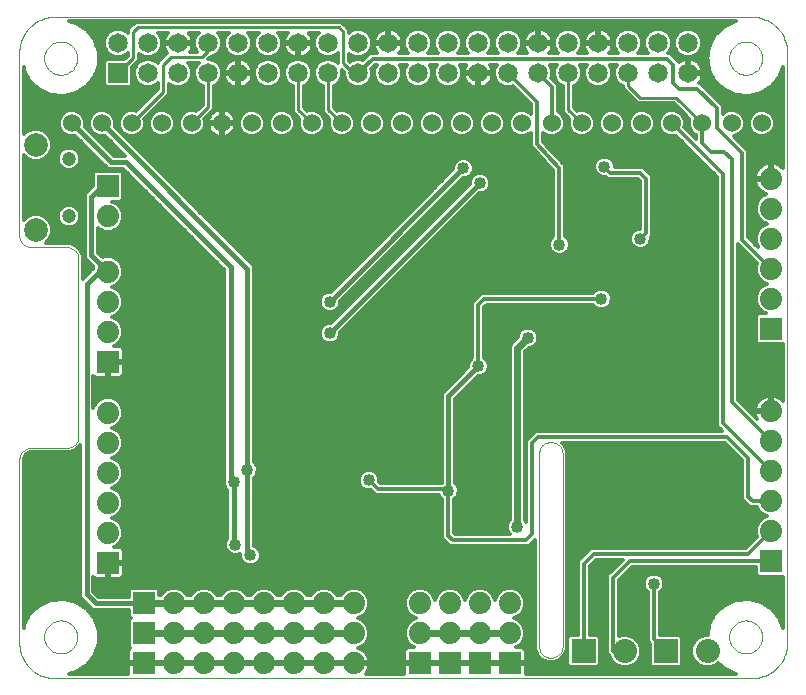
<source format=gtl>
G75*
%MOIN*%
%OFA0B0*%
%FSLAX24Y24*%
%IPPOS*%
%LPD*%
%AMOC8*
5,1,8,0,0,1.08239X$1,22.5*
%
%ADD10C,0.0010*%
%ADD11C,0.0000*%
%ADD12C,0.0650*%
%ADD13R,0.0650X0.0650*%
%ADD14C,0.0600*%
%ADD15R,0.0740X0.0740*%
%ADD16C,0.0740*%
%ADD17C,0.0472*%
%ADD18C,0.0787*%
%ADD19C,0.0800*%
%ADD20R,0.0800X0.0800*%
%ADD21C,0.0120*%
%ADD22C,0.0400*%
%ADD23C,0.0160*%
%ADD24C,0.0240*%
%ADD25C,0.0100*%
D10*
X001859Y007833D02*
X025087Y007833D01*
X025153Y007835D01*
X025219Y007840D01*
X025285Y007850D01*
X025350Y007863D01*
X025414Y007879D01*
X025477Y007899D01*
X025539Y007923D01*
X025599Y007950D01*
X025658Y007980D01*
X025715Y008014D01*
X025770Y008051D01*
X025823Y008091D01*
X025874Y008133D01*
X025922Y008179D01*
X025968Y008227D01*
X026010Y008278D01*
X026050Y008331D01*
X026087Y008386D01*
X026121Y008443D01*
X026151Y008502D01*
X026178Y008562D01*
X026202Y008624D01*
X026222Y008687D01*
X026238Y008751D01*
X026251Y008816D01*
X026261Y008882D01*
X026266Y008948D01*
X026268Y009014D01*
X026268Y028699D01*
X026266Y028765D01*
X026261Y028831D01*
X026251Y028897D01*
X026238Y028962D01*
X026222Y029026D01*
X026202Y029089D01*
X026178Y029151D01*
X026151Y029211D01*
X026121Y029270D01*
X026087Y029327D01*
X026050Y029382D01*
X026010Y029435D01*
X025968Y029486D01*
X025922Y029534D01*
X025874Y029580D01*
X025823Y029622D01*
X025770Y029662D01*
X025715Y029699D01*
X025658Y029733D01*
X025599Y029763D01*
X025539Y029790D01*
X025477Y029814D01*
X025414Y029834D01*
X025350Y029850D01*
X025285Y029863D01*
X025219Y029873D01*
X025153Y029878D01*
X025087Y029880D01*
X025087Y029881D02*
X001859Y029881D01*
X001859Y029880D02*
X001793Y029878D01*
X001727Y029873D01*
X001661Y029863D01*
X001596Y029850D01*
X001532Y029834D01*
X001469Y029814D01*
X001407Y029790D01*
X001347Y029763D01*
X001288Y029733D01*
X001231Y029699D01*
X001176Y029662D01*
X001123Y029622D01*
X001072Y029580D01*
X001024Y029534D01*
X000978Y029486D01*
X000936Y029435D01*
X000896Y029382D01*
X000859Y029327D01*
X000825Y029270D01*
X000795Y029211D01*
X000768Y029151D01*
X000744Y029089D01*
X000724Y029026D01*
X000708Y028962D01*
X000695Y028897D01*
X000685Y028831D01*
X000680Y028765D01*
X000678Y028699D01*
X000678Y022597D01*
X000677Y022597D02*
X000679Y022558D01*
X000685Y022520D01*
X000694Y022483D01*
X000707Y022446D01*
X000724Y022411D01*
X000743Y022378D01*
X000766Y022347D01*
X000792Y022318D01*
X000821Y022292D01*
X000852Y022269D01*
X000885Y022250D01*
X000920Y022233D01*
X000957Y022220D01*
X000994Y022211D01*
X001032Y022205D01*
X001071Y022203D01*
X002252Y022203D01*
X002252Y022204D02*
X002291Y022202D01*
X002329Y022196D01*
X002366Y022187D01*
X002403Y022174D01*
X002438Y022157D01*
X002471Y022138D01*
X002502Y022115D01*
X002531Y022089D01*
X002557Y022060D01*
X002580Y022029D01*
X002599Y021996D01*
X002616Y021961D01*
X002629Y021924D01*
X002638Y021887D01*
X002644Y021849D01*
X002646Y021810D01*
X002646Y015904D01*
X002644Y015865D01*
X002638Y015827D01*
X002629Y015790D01*
X002616Y015753D01*
X002599Y015718D01*
X002580Y015685D01*
X002557Y015654D01*
X002531Y015625D01*
X002502Y015599D01*
X002471Y015576D01*
X002438Y015557D01*
X002403Y015540D01*
X002366Y015527D01*
X002329Y015518D01*
X002291Y015512D01*
X002252Y015510D01*
X001071Y015510D01*
X001071Y015511D02*
X001032Y015509D01*
X000994Y015503D01*
X000957Y015494D01*
X000920Y015481D01*
X000885Y015464D01*
X000852Y015445D01*
X000821Y015422D01*
X000792Y015396D01*
X000766Y015367D01*
X000743Y015336D01*
X000724Y015303D01*
X000707Y015268D01*
X000694Y015231D01*
X000685Y015194D01*
X000679Y015156D01*
X000677Y015117D01*
X000678Y015117D02*
X000678Y009014D01*
X000680Y008948D01*
X000685Y008882D01*
X000695Y008816D01*
X000708Y008751D01*
X000724Y008687D01*
X000744Y008624D01*
X000768Y008562D01*
X000795Y008502D01*
X000825Y008443D01*
X000859Y008386D01*
X000896Y008331D01*
X000936Y008278D01*
X000978Y008227D01*
X001024Y008179D01*
X001072Y008133D01*
X001123Y008091D01*
X001176Y008051D01*
X001231Y008014D01*
X001288Y007980D01*
X001347Y007950D01*
X001407Y007923D01*
X001469Y007899D01*
X001532Y007879D01*
X001596Y007863D01*
X001661Y007850D01*
X001727Y007840D01*
X001793Y007835D01*
X001859Y007833D01*
D11*
X001505Y009211D02*
X001507Y009258D01*
X001513Y009304D01*
X001523Y009350D01*
X001536Y009395D01*
X001554Y009438D01*
X001575Y009480D01*
X001599Y009520D01*
X001627Y009557D01*
X001658Y009592D01*
X001692Y009625D01*
X001728Y009654D01*
X001767Y009680D01*
X001808Y009703D01*
X001851Y009722D01*
X001895Y009738D01*
X001940Y009750D01*
X001986Y009758D01*
X002033Y009762D01*
X002079Y009762D01*
X002126Y009758D01*
X002172Y009750D01*
X002217Y009738D01*
X002261Y009722D01*
X002304Y009703D01*
X002345Y009680D01*
X002384Y009654D01*
X002420Y009625D01*
X002454Y009592D01*
X002485Y009557D01*
X002513Y009520D01*
X002537Y009480D01*
X002558Y009438D01*
X002576Y009395D01*
X002589Y009350D01*
X002599Y009304D01*
X002605Y009258D01*
X002607Y009211D01*
X002605Y009164D01*
X002599Y009118D01*
X002589Y009072D01*
X002576Y009027D01*
X002558Y008984D01*
X002537Y008942D01*
X002513Y008902D01*
X002485Y008865D01*
X002454Y008830D01*
X002420Y008797D01*
X002384Y008768D01*
X002345Y008742D01*
X002304Y008719D01*
X002261Y008700D01*
X002217Y008684D01*
X002172Y008672D01*
X002126Y008664D01*
X002079Y008660D01*
X002033Y008660D01*
X001986Y008664D01*
X001940Y008672D01*
X001895Y008684D01*
X001851Y008700D01*
X001808Y008719D01*
X001767Y008742D01*
X001728Y008768D01*
X001692Y008797D01*
X001658Y008830D01*
X001627Y008865D01*
X001599Y008902D01*
X001575Y008942D01*
X001554Y008984D01*
X001536Y009027D01*
X001523Y009072D01*
X001513Y009118D01*
X001507Y009164D01*
X001505Y009211D01*
X018000Y008908D02*
X018000Y015314D01*
X018002Y015353D01*
X018008Y015391D01*
X018017Y015428D01*
X018030Y015465D01*
X018047Y015500D01*
X018066Y015533D01*
X018089Y015564D01*
X018115Y015593D01*
X018144Y015619D01*
X018175Y015642D01*
X018208Y015661D01*
X018243Y015678D01*
X018280Y015691D01*
X018317Y015700D01*
X018355Y015706D01*
X018394Y015708D01*
X018433Y015706D01*
X018471Y015700D01*
X018508Y015691D01*
X018545Y015678D01*
X018580Y015661D01*
X018613Y015642D01*
X018644Y015619D01*
X018673Y015593D01*
X018699Y015564D01*
X018722Y015533D01*
X018741Y015500D01*
X018758Y015465D01*
X018771Y015428D01*
X018780Y015391D01*
X018786Y015353D01*
X018788Y015314D01*
X018788Y008908D01*
X018394Y008514D02*
X018355Y008516D01*
X018317Y008522D01*
X018280Y008531D01*
X018243Y008544D01*
X018208Y008561D01*
X018175Y008580D01*
X018144Y008603D01*
X018115Y008629D01*
X018089Y008658D01*
X018066Y008689D01*
X018047Y008722D01*
X018030Y008757D01*
X018017Y008794D01*
X018008Y008831D01*
X018002Y008869D01*
X018000Y008908D01*
X018394Y008514D02*
X018433Y008516D01*
X018471Y008522D01*
X018508Y008531D01*
X018545Y008544D01*
X018580Y008561D01*
X018613Y008580D01*
X018644Y008603D01*
X018673Y008629D01*
X018699Y008658D01*
X018722Y008689D01*
X018741Y008722D01*
X018758Y008757D01*
X018771Y008794D01*
X018780Y008831D01*
X018786Y008869D01*
X018788Y008908D01*
X018786Y008869D01*
X018780Y008831D01*
X018771Y008794D01*
X018758Y008757D01*
X018741Y008722D01*
X018722Y008689D01*
X018699Y008658D01*
X018673Y008629D01*
X018644Y008603D01*
X018613Y008580D01*
X018580Y008561D01*
X018545Y008544D01*
X018508Y008531D01*
X018471Y008522D01*
X018433Y008516D01*
X018394Y008514D01*
X018788Y015314D02*
X018786Y015353D01*
X018780Y015391D01*
X018771Y015428D01*
X018758Y015465D01*
X018741Y015500D01*
X018722Y015533D01*
X018699Y015564D01*
X018673Y015593D01*
X018644Y015619D01*
X018613Y015642D01*
X018580Y015661D01*
X018545Y015678D01*
X018508Y015691D01*
X018471Y015700D01*
X018433Y015706D01*
X018394Y015708D01*
X024339Y009211D02*
X024341Y009258D01*
X024347Y009304D01*
X024357Y009350D01*
X024370Y009395D01*
X024388Y009438D01*
X024409Y009480D01*
X024433Y009520D01*
X024461Y009557D01*
X024492Y009592D01*
X024526Y009625D01*
X024562Y009654D01*
X024601Y009680D01*
X024642Y009703D01*
X024685Y009722D01*
X024729Y009738D01*
X024774Y009750D01*
X024820Y009758D01*
X024867Y009762D01*
X024913Y009762D01*
X024960Y009758D01*
X025006Y009750D01*
X025051Y009738D01*
X025095Y009722D01*
X025138Y009703D01*
X025179Y009680D01*
X025218Y009654D01*
X025254Y009625D01*
X025288Y009592D01*
X025319Y009557D01*
X025347Y009520D01*
X025371Y009480D01*
X025392Y009438D01*
X025410Y009395D01*
X025423Y009350D01*
X025433Y009304D01*
X025439Y009258D01*
X025441Y009211D01*
X025439Y009164D01*
X025433Y009118D01*
X025423Y009072D01*
X025410Y009027D01*
X025392Y008984D01*
X025371Y008942D01*
X025347Y008902D01*
X025319Y008865D01*
X025288Y008830D01*
X025254Y008797D01*
X025218Y008768D01*
X025179Y008742D01*
X025138Y008719D01*
X025095Y008700D01*
X025051Y008684D01*
X025006Y008672D01*
X024960Y008664D01*
X024913Y008660D01*
X024867Y008660D01*
X024820Y008664D01*
X024774Y008672D01*
X024729Y008684D01*
X024685Y008700D01*
X024642Y008719D01*
X024601Y008742D01*
X024562Y008768D01*
X024526Y008797D01*
X024492Y008830D01*
X024461Y008865D01*
X024433Y008902D01*
X024409Y008942D01*
X024388Y008984D01*
X024370Y009027D01*
X024357Y009072D01*
X024347Y009118D01*
X024341Y009164D01*
X024339Y009211D01*
X024339Y028503D02*
X024341Y028550D01*
X024347Y028596D01*
X024357Y028642D01*
X024370Y028687D01*
X024388Y028730D01*
X024409Y028772D01*
X024433Y028812D01*
X024461Y028849D01*
X024492Y028884D01*
X024526Y028917D01*
X024562Y028946D01*
X024601Y028972D01*
X024642Y028995D01*
X024685Y029014D01*
X024729Y029030D01*
X024774Y029042D01*
X024820Y029050D01*
X024867Y029054D01*
X024913Y029054D01*
X024960Y029050D01*
X025006Y029042D01*
X025051Y029030D01*
X025095Y029014D01*
X025138Y028995D01*
X025179Y028972D01*
X025218Y028946D01*
X025254Y028917D01*
X025288Y028884D01*
X025319Y028849D01*
X025347Y028812D01*
X025371Y028772D01*
X025392Y028730D01*
X025410Y028687D01*
X025423Y028642D01*
X025433Y028596D01*
X025439Y028550D01*
X025441Y028503D01*
X025439Y028456D01*
X025433Y028410D01*
X025423Y028364D01*
X025410Y028319D01*
X025392Y028276D01*
X025371Y028234D01*
X025347Y028194D01*
X025319Y028157D01*
X025288Y028122D01*
X025254Y028089D01*
X025218Y028060D01*
X025179Y028034D01*
X025138Y028011D01*
X025095Y027992D01*
X025051Y027976D01*
X025006Y027964D01*
X024960Y027956D01*
X024913Y027952D01*
X024867Y027952D01*
X024820Y027956D01*
X024774Y027964D01*
X024729Y027976D01*
X024685Y027992D01*
X024642Y028011D01*
X024601Y028034D01*
X024562Y028060D01*
X024526Y028089D01*
X024492Y028122D01*
X024461Y028157D01*
X024433Y028194D01*
X024409Y028234D01*
X024388Y028276D01*
X024370Y028319D01*
X024357Y028364D01*
X024347Y028410D01*
X024341Y028456D01*
X024339Y028503D01*
X001505Y028503D02*
X001507Y028550D01*
X001513Y028596D01*
X001523Y028642D01*
X001536Y028687D01*
X001554Y028730D01*
X001575Y028772D01*
X001599Y028812D01*
X001627Y028849D01*
X001658Y028884D01*
X001692Y028917D01*
X001728Y028946D01*
X001767Y028972D01*
X001808Y028995D01*
X001851Y029014D01*
X001895Y029030D01*
X001940Y029042D01*
X001986Y029050D01*
X002033Y029054D01*
X002079Y029054D01*
X002126Y029050D01*
X002172Y029042D01*
X002217Y029030D01*
X002261Y029014D01*
X002304Y028995D01*
X002345Y028972D01*
X002384Y028946D01*
X002420Y028917D01*
X002454Y028884D01*
X002485Y028849D01*
X002513Y028812D01*
X002537Y028772D01*
X002558Y028730D01*
X002576Y028687D01*
X002589Y028642D01*
X002599Y028596D01*
X002605Y028550D01*
X002607Y028503D01*
X002605Y028456D01*
X002599Y028410D01*
X002589Y028364D01*
X002576Y028319D01*
X002558Y028276D01*
X002537Y028234D01*
X002513Y028194D01*
X002485Y028157D01*
X002454Y028122D01*
X002420Y028089D01*
X002384Y028060D01*
X002345Y028034D01*
X002304Y028011D01*
X002261Y027992D01*
X002217Y027976D01*
X002172Y027964D01*
X002126Y027956D01*
X002079Y027952D01*
X002033Y027952D01*
X001986Y027956D01*
X001940Y027964D01*
X001895Y027976D01*
X001851Y027992D01*
X001808Y028011D01*
X001767Y028034D01*
X001728Y028060D01*
X001692Y028089D01*
X001658Y028122D01*
X001627Y028157D01*
X001599Y028194D01*
X001575Y028234D01*
X001554Y028276D01*
X001536Y028319D01*
X001523Y028364D01*
X001513Y028410D01*
X001507Y028456D01*
X001505Y028503D01*
D12*
X003973Y029003D03*
X004973Y029003D03*
X004973Y028003D03*
X005973Y028003D03*
X005973Y029003D03*
X006973Y029003D03*
X006973Y028003D03*
X007973Y028003D03*
X007973Y029003D03*
X008973Y029003D03*
X008973Y028003D03*
X009973Y028003D03*
X009973Y029003D03*
X010973Y029003D03*
X010973Y028003D03*
X011973Y028003D03*
X011973Y029003D03*
X012973Y029003D03*
X012973Y028003D03*
X013973Y028003D03*
X013973Y029003D03*
X014973Y029003D03*
X014973Y028003D03*
X015973Y028003D03*
X015973Y029003D03*
X016973Y029003D03*
X016973Y028003D03*
X017973Y028003D03*
X017973Y029003D03*
X018973Y029003D03*
X018973Y028003D03*
X019973Y028003D03*
X019973Y029003D03*
X020973Y029003D03*
X021973Y029003D03*
X021973Y028003D03*
X020973Y028003D03*
X022973Y028003D03*
X022973Y029003D03*
D13*
X003973Y028003D03*
D14*
X004428Y026333D03*
X005428Y026333D03*
X006428Y026333D03*
X007428Y026333D03*
X008428Y026333D03*
X009428Y026333D03*
X010428Y026333D03*
X011428Y026333D03*
X012428Y026333D03*
X013428Y026333D03*
X014428Y026333D03*
X015428Y026333D03*
X016428Y026333D03*
X017428Y026333D03*
X018428Y026333D03*
X019428Y026333D03*
X020428Y026333D03*
X021428Y026333D03*
X022428Y026333D03*
X023428Y026333D03*
X024428Y026333D03*
X025428Y026333D03*
X003428Y026333D03*
X002428Y026333D03*
D15*
X003628Y024233D03*
X003628Y018383D03*
X003628Y011683D03*
X004828Y010333D03*
X004828Y009333D03*
X004828Y008333D03*
X014028Y008333D03*
X015028Y008333D03*
X016028Y008333D03*
X017028Y008333D03*
X025728Y011733D03*
X025728Y019483D03*
D16*
X025728Y020483D03*
X025728Y021483D03*
X025728Y022483D03*
X025728Y023483D03*
X025728Y024483D03*
X025728Y016733D03*
X025728Y015733D03*
X025728Y014733D03*
X025728Y013733D03*
X025728Y012733D03*
X017028Y010333D03*
X017028Y009333D03*
X016028Y009333D03*
X016028Y010333D03*
X015028Y010333D03*
X015028Y009333D03*
X014028Y009333D03*
X014028Y010333D03*
X011828Y010333D03*
X011828Y009333D03*
X011828Y008333D03*
X010828Y008333D03*
X009828Y008333D03*
X009828Y009333D03*
X010828Y009333D03*
X010828Y010333D03*
X009828Y010333D03*
X008828Y010333D03*
X008828Y009333D03*
X008828Y008333D03*
X007828Y008333D03*
X007828Y009333D03*
X007828Y010333D03*
X006828Y010333D03*
X006828Y009333D03*
X006828Y008333D03*
X005828Y008333D03*
X005828Y009333D03*
X005828Y010333D03*
X003628Y012683D03*
X003628Y013683D03*
X003628Y014683D03*
X003628Y015683D03*
X003628Y016683D03*
X003628Y019383D03*
X003628Y020383D03*
X003628Y021383D03*
X003628Y023233D03*
D17*
X002330Y023239D03*
X002330Y025148D03*
D18*
X001228Y025615D03*
X001228Y022772D03*
D19*
X020861Y008733D03*
X023617Y008733D03*
D20*
X022239Y008733D03*
X019483Y008733D03*
D21*
X019489Y008739D01*
X019489Y011644D01*
X019828Y011983D01*
X024978Y011983D01*
X025728Y012733D01*
X025254Y012543D02*
X024895Y012183D01*
X019745Y012183D01*
X019406Y011844D01*
X019289Y011727D01*
X019289Y009273D01*
X019025Y009273D01*
X018943Y009191D01*
X018943Y008275D01*
X019025Y008193D01*
X019941Y008193D01*
X020023Y008275D01*
X020023Y009191D01*
X019941Y009273D01*
X019689Y009273D01*
X019689Y011562D01*
X019910Y011783D01*
X020795Y011783D01*
X020278Y011266D01*
X020278Y008747D01*
X020275Y008667D01*
X020278Y008665D01*
X020278Y008662D01*
X020327Y008612D01*
X020403Y008427D01*
X020555Y008276D01*
X020754Y008193D01*
X020968Y008193D01*
X021167Y008276D01*
X021319Y008427D01*
X021401Y008626D01*
X021401Y008841D01*
X021319Y009039D01*
X021167Y009191D01*
X020968Y009273D01*
X020754Y009273D01*
X020678Y009242D01*
X020678Y011100D01*
X021110Y011533D01*
X025218Y011533D01*
X025218Y011305D01*
X025300Y011223D01*
X026123Y011223D01*
X026123Y009510D01*
X026016Y009821D01*
X025757Y010153D01*
X025405Y010384D01*
X024996Y010487D01*
X024576Y010453D01*
X024190Y010283D01*
X023880Y009998D01*
X023679Y009627D01*
X023620Y009273D01*
X023510Y009273D01*
X023311Y009191D01*
X023159Y009039D01*
X023077Y008841D01*
X023077Y008626D01*
X023159Y008427D01*
X023311Y008276D01*
X023510Y008193D01*
X023724Y008193D01*
X023923Y008276D01*
X023980Y008333D01*
X024190Y008139D01*
X024557Y007978D01*
X017558Y007978D01*
X017558Y008293D01*
X017068Y008293D01*
X017068Y008373D01*
X017558Y008373D01*
X017558Y008724D01*
X017547Y008765D01*
X017526Y008802D01*
X017496Y008831D01*
X017459Y008852D01*
X017419Y008863D01*
X017226Y008863D01*
X017316Y008901D01*
X017460Y009044D01*
X017538Y009232D01*
X017538Y009435D01*
X017460Y009622D01*
X017316Y009766D01*
X017153Y009833D01*
X017316Y009901D01*
X017460Y010044D01*
X017538Y010232D01*
X017538Y010435D01*
X017460Y010622D01*
X017316Y010766D01*
X017129Y010843D01*
X016926Y010843D01*
X016739Y010766D01*
X016595Y010622D01*
X016528Y010459D01*
X016460Y010622D01*
X016316Y010766D01*
X016129Y010843D01*
X015926Y010843D01*
X015739Y010766D01*
X015595Y010622D01*
X015528Y010459D01*
X015460Y010622D01*
X015316Y010766D01*
X015129Y010843D01*
X014926Y010843D01*
X014739Y010766D01*
X014595Y010622D01*
X014528Y010459D01*
X014460Y010622D01*
X014316Y010766D01*
X014129Y010843D01*
X013926Y010843D01*
X013739Y010766D01*
X013595Y010622D01*
X013518Y010435D01*
X013518Y010232D01*
X013595Y010044D01*
X013739Y009901D01*
X013902Y009833D01*
X013739Y009766D01*
X013595Y009622D01*
X013518Y009435D01*
X013518Y009232D01*
X013595Y009044D01*
X013739Y008901D01*
X013830Y008863D01*
X013636Y008863D01*
X013596Y008852D01*
X013559Y008831D01*
X013530Y008802D01*
X013508Y008765D01*
X013498Y008724D01*
X013498Y008373D01*
X013988Y008373D01*
X013988Y008293D01*
X013498Y008293D01*
X013498Y007978D01*
X012222Y007978D01*
X012232Y007988D01*
X012281Y008056D01*
X012319Y008130D01*
X012344Y008209D01*
X012358Y008292D01*
X012358Y008293D01*
X011868Y008293D01*
X011868Y008373D01*
X012358Y008373D01*
X012358Y008375D01*
X012344Y008457D01*
X012319Y008537D01*
X012281Y008611D01*
X012232Y008679D01*
X012173Y008738D01*
X012105Y008787D01*
X012031Y008825D01*
X011975Y008843D01*
X012116Y008901D01*
X012260Y009044D01*
X012338Y009232D01*
X012338Y009435D01*
X012260Y009622D01*
X012116Y009766D01*
X011953Y009833D01*
X012116Y009901D01*
X012260Y010044D01*
X012338Y010232D01*
X012338Y010435D01*
X012260Y010622D01*
X012116Y010766D01*
X011929Y010843D01*
X011726Y010843D01*
X011539Y010766D01*
X011395Y010622D01*
X011383Y010593D01*
X011272Y010593D01*
X011260Y010622D01*
X011116Y010766D01*
X010929Y010843D01*
X010726Y010843D01*
X010539Y010766D01*
X010395Y010622D01*
X010383Y010593D01*
X010272Y010593D01*
X010260Y010622D01*
X010116Y010766D01*
X009929Y010843D01*
X009726Y010843D01*
X009539Y010766D01*
X009395Y010622D01*
X009383Y010593D01*
X009272Y010593D01*
X009260Y010622D01*
X009116Y010766D01*
X008929Y010843D01*
X008726Y010843D01*
X008539Y010766D01*
X008395Y010622D01*
X008383Y010593D01*
X008272Y010593D01*
X008260Y010622D01*
X008116Y010766D01*
X007929Y010843D01*
X007726Y010843D01*
X007539Y010766D01*
X007395Y010622D01*
X007383Y010593D01*
X007272Y010593D01*
X007260Y010622D01*
X007116Y010766D01*
X006929Y010843D01*
X006726Y010843D01*
X006539Y010766D01*
X006395Y010622D01*
X006383Y010593D01*
X006272Y010593D01*
X006260Y010622D01*
X006116Y010766D01*
X005929Y010843D01*
X005726Y010843D01*
X005539Y010766D01*
X005395Y010622D01*
X005383Y010593D01*
X005338Y010593D01*
X005338Y010761D01*
X005256Y010843D01*
X004400Y010843D01*
X004318Y010761D01*
X004318Y010553D01*
X003319Y010553D01*
X003148Y010724D01*
X003148Y011197D01*
X003159Y011185D01*
X003196Y011164D01*
X003236Y011153D01*
X003588Y011153D01*
X003588Y011643D01*
X003668Y011643D01*
X003668Y011723D01*
X004158Y011723D01*
X004158Y012074D01*
X004147Y012115D01*
X004126Y012152D01*
X004096Y012181D01*
X004059Y012202D01*
X004019Y012213D01*
X003826Y012213D01*
X003916Y012251D01*
X004060Y012394D01*
X004138Y012582D01*
X004138Y012785D01*
X004060Y012972D01*
X003916Y013116D01*
X003753Y013183D01*
X003916Y013251D01*
X004060Y013394D01*
X004138Y013582D01*
X004138Y013785D01*
X004060Y013972D01*
X003916Y014116D01*
X003753Y014183D01*
X003916Y014251D01*
X004060Y014394D01*
X004138Y014582D01*
X004138Y014785D01*
X004060Y014972D01*
X003916Y015116D01*
X003753Y015183D01*
X003916Y015251D01*
X004060Y015394D01*
X004138Y015582D01*
X004138Y015785D01*
X004060Y015972D01*
X003916Y016116D01*
X003753Y016183D01*
X003916Y016251D01*
X004060Y016394D01*
X004138Y016582D01*
X004138Y016785D01*
X004060Y016972D01*
X003916Y017116D01*
X003729Y017193D01*
X003526Y017193D01*
X003339Y017116D01*
X003195Y016972D01*
X003148Y016857D01*
X003148Y017897D01*
X003159Y017885D01*
X003196Y017864D01*
X003236Y017853D01*
X003588Y017853D01*
X003588Y018343D01*
X003668Y018343D01*
X003668Y018423D01*
X004158Y018423D01*
X004158Y018774D01*
X004147Y018815D01*
X004126Y018852D01*
X004096Y018881D01*
X004059Y018902D01*
X004019Y018913D01*
X003826Y018913D01*
X003916Y018951D01*
X004060Y019094D01*
X004138Y019282D01*
X004138Y019485D01*
X004060Y019672D01*
X003916Y019816D01*
X003753Y019883D01*
X003916Y019951D01*
X004060Y020094D01*
X004138Y020282D01*
X004138Y020485D01*
X004060Y020672D01*
X003916Y020816D01*
X003753Y020883D01*
X003916Y020951D01*
X004060Y021094D01*
X004138Y021282D01*
X004138Y021485D01*
X004060Y021672D01*
X003916Y021816D01*
X003729Y021893D01*
X003526Y021893D01*
X003457Y021865D01*
X003298Y022024D01*
X003298Y022842D01*
X003339Y022801D01*
X003526Y022723D01*
X003729Y022723D01*
X003916Y022801D01*
X004060Y022944D01*
X004138Y023132D01*
X004138Y023335D01*
X004060Y023522D01*
X003916Y023666D01*
X003777Y023723D01*
X004056Y023723D01*
X004138Y023805D01*
X004138Y024661D01*
X004056Y024743D01*
X003200Y024743D01*
X003118Y024661D01*
X003118Y024234D01*
X002858Y023974D01*
X002858Y021842D01*
X002986Y021713D01*
X003146Y021554D01*
X003118Y021485D01*
X003118Y021484D01*
X003108Y021474D01*
X002791Y021158D01*
X002791Y021917D01*
X002709Y022115D01*
X002558Y022266D01*
X002557Y022266D01*
X002360Y022348D01*
X001559Y022348D01*
X001680Y022470D01*
X001761Y022666D01*
X001761Y022878D01*
X001680Y023074D01*
X001530Y023225D01*
X001334Y023306D01*
X001121Y023306D01*
X000925Y023225D01*
X000823Y023122D01*
X000823Y025265D01*
X000925Y025162D01*
X001121Y025081D01*
X001334Y025081D01*
X001530Y025162D01*
X001680Y025312D01*
X001761Y025508D01*
X001761Y025721D01*
X001680Y025917D01*
X001530Y026067D01*
X001334Y026148D01*
X001121Y026148D01*
X000925Y026067D01*
X000823Y025964D01*
X000823Y028218D01*
X000844Y028087D01*
X001045Y027716D01*
X001355Y027431D01*
X001741Y027261D01*
X002161Y027227D01*
X002570Y027330D01*
X002923Y027561D01*
X003182Y027893D01*
X003319Y028292D01*
X003319Y028713D01*
X003182Y029112D01*
X002923Y029445D01*
X002570Y029675D01*
X002332Y029736D01*
X024557Y029736D01*
X024190Y029575D01*
X023880Y029289D01*
X023679Y028918D01*
X023610Y028503D01*
X023679Y028087D01*
X023880Y027716D01*
X024190Y027431D01*
X024576Y027261D01*
X024996Y027227D01*
X025405Y027330D01*
X025757Y027561D01*
X026016Y027893D01*
X026123Y028204D01*
X026123Y024837D01*
X026073Y024888D01*
X026005Y024937D01*
X025931Y024975D01*
X025852Y025000D01*
X025769Y025013D01*
X025768Y025013D01*
X025768Y024523D01*
X025688Y024523D01*
X025688Y024443D01*
X025198Y024443D01*
X025198Y024442D01*
X025211Y024359D01*
X025236Y024280D01*
X025274Y024206D01*
X025323Y024138D01*
X025382Y024079D01*
X025450Y024030D01*
X025524Y023992D01*
X025580Y023974D01*
X025439Y023916D01*
X025295Y023772D01*
X025218Y023585D01*
X025218Y023382D01*
X025295Y023194D01*
X025439Y023051D01*
X025602Y022983D01*
X025439Y022916D01*
X025295Y022772D01*
X025218Y022585D01*
X025218Y022382D01*
X025292Y022201D01*
X024953Y022541D01*
X024953Y025441D01*
X024835Y025558D01*
X024500Y025893D01*
X024515Y025893D01*
X024677Y025960D01*
X024801Y026084D01*
X024868Y026246D01*
X024868Y026421D01*
X024801Y026583D01*
X024677Y026706D01*
X024515Y026773D01*
X024340Y026773D01*
X024178Y026706D01*
X024128Y026656D01*
X024128Y026916D01*
X024010Y027033D01*
X023360Y027683D01*
X023339Y027683D01*
X023343Y027687D01*
X023388Y027748D01*
X023422Y027816D01*
X023446Y027889D01*
X023458Y027963D01*
X023013Y027963D01*
X023013Y028043D01*
X022933Y028043D01*
X022933Y028487D01*
X022859Y028476D01*
X022787Y028452D01*
X022719Y028417D01*
X022665Y028379D01*
X022560Y028483D01*
X022360Y028683D01*
X022311Y028683D01*
X022367Y028739D01*
X022438Y028910D01*
X022438Y029095D01*
X022367Y029266D01*
X022236Y029397D01*
X022065Y029468D01*
X021880Y029468D01*
X021709Y029397D01*
X021579Y029266D01*
X021508Y029095D01*
X021508Y028910D01*
X021579Y028739D01*
X021635Y028683D01*
X021311Y028683D01*
X021367Y028739D01*
X021438Y028910D01*
X021438Y029095D01*
X021367Y029266D01*
X021236Y029397D01*
X021065Y029468D01*
X020880Y029468D01*
X020709Y029397D01*
X020579Y029266D01*
X020508Y029095D01*
X020508Y028910D01*
X020579Y028739D01*
X020635Y028683D01*
X020339Y028683D01*
X020343Y028687D01*
X020388Y028748D01*
X020422Y028816D01*
X020446Y028889D01*
X020458Y028963D01*
X020013Y028963D01*
X020013Y029043D01*
X019933Y029043D01*
X019933Y029487D01*
X019859Y029476D01*
X019787Y029452D01*
X019719Y029417D01*
X019657Y029373D01*
X019603Y029319D01*
X019558Y029257D01*
X019523Y029189D01*
X019500Y029116D01*
X019488Y029043D01*
X019933Y029043D01*
X019933Y028963D01*
X019488Y028963D01*
X019500Y028889D01*
X019523Y028816D01*
X019558Y028748D01*
X019603Y028687D01*
X019606Y028683D01*
X019311Y028683D01*
X019367Y028739D01*
X019438Y028910D01*
X019438Y029095D01*
X019367Y029266D01*
X019236Y029397D01*
X019065Y029468D01*
X018880Y029468D01*
X018709Y029397D01*
X018579Y029266D01*
X018508Y029095D01*
X018508Y028910D01*
X018579Y028739D01*
X018635Y028683D01*
X018339Y028683D01*
X018343Y028687D01*
X018388Y028748D01*
X018422Y028816D01*
X018446Y028889D01*
X018458Y028963D01*
X018013Y028963D01*
X018013Y029043D01*
X017933Y029043D01*
X017933Y029487D01*
X017859Y029476D01*
X017787Y029452D01*
X017719Y029417D01*
X017657Y029373D01*
X017603Y029319D01*
X017558Y029257D01*
X017523Y029189D01*
X017500Y029116D01*
X017488Y029043D01*
X017933Y029043D01*
X017933Y028963D01*
X017488Y028963D01*
X017500Y028889D01*
X017523Y028816D01*
X017558Y028748D01*
X017603Y028687D01*
X017606Y028683D01*
X017311Y028683D01*
X017367Y028739D01*
X017438Y028910D01*
X017438Y029095D01*
X017367Y029266D01*
X017236Y029397D01*
X017065Y029468D01*
X016880Y029468D01*
X016709Y029397D01*
X016579Y029266D01*
X016508Y029095D01*
X016508Y028910D01*
X016579Y028739D01*
X016635Y028683D01*
X016311Y028683D01*
X016367Y028739D01*
X016438Y028910D01*
X016438Y029095D01*
X016367Y029266D01*
X016236Y029397D01*
X016065Y029468D01*
X015880Y029468D01*
X015709Y029397D01*
X015579Y029266D01*
X015508Y029095D01*
X015508Y028910D01*
X015579Y028739D01*
X015635Y028683D01*
X015311Y028683D01*
X015367Y028739D01*
X015438Y028910D01*
X015438Y029095D01*
X015367Y029266D01*
X015236Y029397D01*
X015065Y029468D01*
X014880Y029468D01*
X014709Y029397D01*
X014579Y029266D01*
X014508Y029095D01*
X014508Y028910D01*
X014579Y028739D01*
X014635Y028683D01*
X014311Y028683D01*
X014367Y028739D01*
X014438Y028910D01*
X014438Y029095D01*
X014367Y029266D01*
X014236Y029397D01*
X014065Y029468D01*
X013880Y029468D01*
X013709Y029397D01*
X013579Y029266D01*
X013508Y029095D01*
X013508Y028910D01*
X013579Y028739D01*
X013635Y028683D01*
X013339Y028683D01*
X013343Y028687D01*
X013388Y028748D01*
X013422Y028816D01*
X013446Y028889D01*
X013458Y028963D01*
X013013Y028963D01*
X013013Y029043D01*
X012933Y029043D01*
X012933Y029487D01*
X012859Y029476D01*
X012787Y029452D01*
X012719Y029417D01*
X012657Y029373D01*
X012603Y029319D01*
X012558Y029257D01*
X012523Y029189D01*
X012500Y029116D01*
X012488Y029043D01*
X012933Y029043D01*
X012933Y028963D01*
X012488Y028963D01*
X012500Y028889D01*
X012523Y028816D01*
X012558Y028748D01*
X012603Y028687D01*
X012606Y028683D01*
X012371Y028683D01*
X012254Y028566D01*
X012129Y028441D01*
X012065Y028468D01*
X011880Y028468D01*
X011709Y028397D01*
X011696Y028383D01*
X011668Y028412D01*
X011668Y028650D01*
X011709Y028608D01*
X011880Y028538D01*
X012065Y028538D01*
X012236Y028608D01*
X012367Y028739D01*
X012438Y028910D01*
X012438Y029095D01*
X012367Y029266D01*
X012236Y029397D01*
X012065Y029468D01*
X011880Y029468D01*
X011709Y029397D01*
X011668Y029355D01*
X011668Y029462D01*
X011556Y029573D01*
X011406Y029723D01*
X004549Y029723D01*
X004438Y029612D01*
X004288Y029462D01*
X004288Y029346D01*
X004236Y029397D01*
X004065Y029468D01*
X003880Y029468D01*
X003709Y029397D01*
X003579Y029266D01*
X003508Y029095D01*
X003508Y028910D01*
X003579Y028739D01*
X003709Y028608D01*
X003880Y028538D01*
X004065Y028538D01*
X004236Y028608D01*
X004288Y028660D01*
X004288Y028586D01*
X004169Y028468D01*
X003590Y028468D01*
X003508Y028386D01*
X003508Y027620D01*
X003590Y027538D01*
X004356Y027538D01*
X004438Y027620D01*
X004438Y028199D01*
X004556Y028317D01*
X004668Y028429D01*
X004668Y028650D01*
X004709Y028608D01*
X004880Y028538D01*
X005065Y028538D01*
X005236Y028608D01*
X005367Y028739D01*
X005438Y028910D01*
X005438Y029095D01*
X005367Y029266D01*
X005290Y029343D01*
X005628Y029343D01*
X005603Y029319D01*
X005558Y029257D01*
X005523Y029189D01*
X005500Y029116D01*
X005488Y029043D01*
X005933Y029043D01*
X005933Y028963D01*
X005488Y028963D01*
X005500Y028889D01*
X005523Y028816D01*
X005558Y028748D01*
X005603Y028687D01*
X005608Y028682D01*
X005538Y028612D01*
X005288Y028362D01*
X005288Y028346D01*
X005236Y028397D01*
X005065Y028468D01*
X004880Y028468D01*
X004709Y028397D01*
X004579Y028266D01*
X004508Y028095D01*
X004508Y027910D01*
X004579Y027739D01*
X004709Y027608D01*
X004880Y027538D01*
X005065Y027538D01*
X005236Y027608D01*
X005288Y027660D01*
X005288Y027462D01*
X004574Y026749D01*
X004515Y026773D01*
X004340Y026773D01*
X004178Y026706D01*
X004055Y026583D01*
X003988Y026421D01*
X003988Y026246D01*
X004055Y026084D01*
X004178Y025960D01*
X004340Y025893D01*
X004515Y025893D01*
X004677Y025960D01*
X004801Y026084D01*
X004868Y026246D01*
X004868Y026421D01*
X004843Y026480D01*
X005556Y027193D01*
X005668Y027305D01*
X005668Y027650D01*
X005709Y027608D01*
X005880Y027538D01*
X006065Y027538D01*
X006236Y027608D01*
X006367Y027739D01*
X006438Y027910D01*
X006438Y028095D01*
X006367Y028266D01*
X006290Y028343D01*
X006656Y028343D01*
X006579Y028266D01*
X006508Y028095D01*
X006508Y027910D01*
X006579Y027739D01*
X006709Y027608D01*
X006783Y027578D01*
X006783Y026957D01*
X006574Y026749D01*
X006515Y026773D01*
X006340Y026773D01*
X006178Y026706D01*
X006055Y026583D01*
X005988Y026421D01*
X005988Y026246D01*
X006055Y026084D01*
X006178Y025960D01*
X006340Y025893D01*
X006515Y025893D01*
X006677Y025960D01*
X006801Y026084D01*
X006868Y026246D01*
X006868Y026421D01*
X006843Y026480D01*
X007052Y026689D01*
X007163Y026800D01*
X007163Y027578D01*
X007236Y027608D01*
X007367Y027739D01*
X007438Y027910D01*
X007438Y028095D01*
X007367Y028266D01*
X007236Y028397D01*
X007065Y028468D01*
X006981Y028468D01*
X007051Y028538D01*
X007065Y028538D01*
X007236Y028608D01*
X007367Y028739D01*
X007438Y028910D01*
X007438Y029095D01*
X007367Y029266D01*
X007290Y029343D01*
X007656Y029343D01*
X007579Y029266D01*
X007508Y029095D01*
X007508Y028910D01*
X007579Y028739D01*
X007709Y028608D01*
X007880Y028538D01*
X008065Y028538D01*
X008236Y028608D01*
X008367Y028739D01*
X008438Y028910D01*
X008438Y029095D01*
X008367Y029266D01*
X008290Y029343D01*
X008656Y029343D01*
X008579Y029266D01*
X008508Y029095D01*
X008508Y028910D01*
X008579Y028739D01*
X008709Y028608D01*
X008880Y028538D01*
X009065Y028538D01*
X009236Y028608D01*
X009367Y028739D01*
X009438Y028910D01*
X009438Y029095D01*
X009367Y029266D01*
X009290Y029343D01*
X009628Y029343D01*
X009603Y029319D01*
X009558Y029257D01*
X009523Y029189D01*
X009500Y029116D01*
X009488Y029043D01*
X009933Y029043D01*
X009933Y028963D01*
X009488Y028963D01*
X009500Y028889D01*
X009523Y028816D01*
X009558Y028748D01*
X009603Y028687D01*
X009657Y028633D01*
X009719Y028588D01*
X009787Y028553D01*
X009859Y028530D01*
X009933Y028518D01*
X009933Y028963D01*
X010013Y028963D01*
X010013Y029043D01*
X010458Y029043D01*
X010446Y029116D01*
X010422Y029189D01*
X010388Y029257D01*
X010343Y029319D01*
X010318Y029343D01*
X010656Y029343D01*
X010579Y029266D01*
X010508Y029095D01*
X010508Y028910D01*
X010579Y028739D01*
X010709Y028608D01*
X010880Y028538D01*
X011065Y028538D01*
X011236Y028608D01*
X011288Y028660D01*
X011288Y028346D01*
X011236Y028397D01*
X011065Y028468D01*
X010880Y028468D01*
X010709Y028397D01*
X010579Y028266D01*
X010508Y028095D01*
X010508Y027910D01*
X010579Y027739D01*
X010709Y027608D01*
X010783Y027578D01*
X010783Y026709D01*
X010894Y026598D01*
X011012Y026480D01*
X010988Y026421D01*
X010988Y026246D01*
X011055Y026084D01*
X011178Y025960D01*
X011340Y025893D01*
X011515Y025893D01*
X011677Y025960D01*
X011801Y026084D01*
X011868Y026246D01*
X011868Y026421D01*
X011801Y026583D01*
X011677Y026706D01*
X011515Y026773D01*
X011340Y026773D01*
X011281Y026749D01*
X011163Y026867D01*
X011163Y027578D01*
X011236Y027608D01*
X011367Y027739D01*
X011438Y027910D01*
X011438Y028095D01*
X011431Y028111D01*
X011508Y028034D01*
X011508Y027910D01*
X011579Y027739D01*
X011709Y027608D01*
X011880Y027538D01*
X012065Y027538D01*
X012236Y027608D01*
X012367Y027739D01*
X012438Y027910D01*
X012438Y028095D01*
X012412Y028159D01*
X012536Y028283D01*
X012596Y028283D01*
X012579Y028266D01*
X012508Y028095D01*
X012508Y027910D01*
X012579Y027739D01*
X012709Y027608D01*
X012880Y027538D01*
X013065Y027538D01*
X013236Y027608D01*
X013367Y027739D01*
X013438Y027910D01*
X013438Y028095D01*
X013367Y028266D01*
X013350Y028283D01*
X013596Y028283D01*
X013579Y028266D01*
X013508Y028095D01*
X013508Y027910D01*
X013579Y027739D01*
X013709Y027608D01*
X013880Y027538D01*
X014065Y027538D01*
X014236Y027608D01*
X014367Y027739D01*
X014438Y027910D01*
X014438Y028095D01*
X014367Y028266D01*
X014350Y028283D01*
X014596Y028283D01*
X014579Y028266D01*
X014508Y028095D01*
X014508Y027910D01*
X014579Y027739D01*
X014709Y027608D01*
X014880Y027538D01*
X015065Y027538D01*
X015236Y027608D01*
X015367Y027739D01*
X015438Y027910D01*
X015438Y028095D01*
X015367Y028266D01*
X015350Y028283D01*
X015577Y028283D01*
X015558Y028257D01*
X015523Y028189D01*
X015500Y028116D01*
X015488Y028043D01*
X015933Y028043D01*
X015933Y027963D01*
X015488Y027963D01*
X015500Y027889D01*
X015523Y027816D01*
X015558Y027748D01*
X015603Y027687D01*
X015657Y027633D01*
X015719Y027588D01*
X015787Y027553D01*
X015859Y027530D01*
X015933Y027518D01*
X015933Y027963D01*
X016013Y027963D01*
X016013Y028043D01*
X016458Y028043D01*
X016446Y028116D01*
X016422Y028189D01*
X016388Y028257D01*
X016368Y028283D01*
X016596Y028283D01*
X016579Y028266D01*
X016508Y028095D01*
X016508Y027910D01*
X016579Y027739D01*
X016709Y027608D01*
X016880Y027538D01*
X017065Y027538D01*
X017129Y027564D01*
X017728Y026965D01*
X017728Y026656D01*
X017677Y026706D01*
X017515Y026773D01*
X017340Y026773D01*
X017178Y026706D01*
X017055Y026583D01*
X016988Y026421D01*
X016988Y026246D01*
X017055Y026084D01*
X017178Y025960D01*
X017340Y025893D01*
X017515Y025893D01*
X017677Y025960D01*
X017728Y026011D01*
X017728Y025637D01*
X017725Y025557D01*
X017728Y025554D01*
X017728Y025550D01*
X017784Y025494D01*
X018478Y024754D01*
X018478Y022564D01*
X018389Y022476D01*
X018338Y022351D01*
X018338Y022216D01*
X018389Y022091D01*
X018485Y021995D01*
X018610Y021943D01*
X018745Y021943D01*
X018870Y021995D01*
X018966Y022091D01*
X019018Y022216D01*
X019018Y022351D01*
X018966Y022476D01*
X018878Y022564D01*
X018878Y024830D01*
X018880Y024910D01*
X018878Y024912D01*
X018878Y024916D01*
X018821Y024972D01*
X018128Y025712D01*
X018128Y026011D01*
X018178Y025960D01*
X018340Y025893D01*
X018515Y025893D01*
X018677Y025960D01*
X018801Y026084D01*
X018868Y026246D01*
X018868Y026421D01*
X018801Y026583D01*
X018677Y026706D01*
X018628Y026727D01*
X018628Y027631D01*
X018510Y027748D01*
X018412Y027847D01*
X018438Y027910D01*
X018438Y028095D01*
X018367Y028266D01*
X018350Y028283D01*
X018596Y028283D01*
X018579Y028266D01*
X018508Y028095D01*
X018508Y027910D01*
X018579Y027739D01*
X018709Y027608D01*
X018783Y027578D01*
X018783Y026709D01*
X018894Y026598D01*
X019012Y026480D01*
X018988Y026421D01*
X018988Y026246D01*
X019055Y026084D01*
X019178Y025960D01*
X019340Y025893D01*
X019515Y025893D01*
X019677Y025960D01*
X019801Y026084D01*
X019868Y026246D01*
X019868Y026421D01*
X019801Y026583D01*
X019677Y026706D01*
X019515Y026773D01*
X019340Y026773D01*
X019281Y026749D01*
X019163Y026867D01*
X019163Y027578D01*
X019236Y027608D01*
X019367Y027739D01*
X019438Y027910D01*
X019438Y028095D01*
X019367Y028266D01*
X019350Y028283D01*
X019596Y028283D01*
X019579Y028266D01*
X019508Y028095D01*
X019508Y027910D01*
X019579Y027739D01*
X019709Y027608D01*
X019880Y027538D01*
X020065Y027538D01*
X020236Y027608D01*
X020367Y027739D01*
X020438Y027910D01*
X020438Y028095D01*
X020367Y028266D01*
X020350Y028283D01*
X020596Y028283D01*
X020579Y028266D01*
X020508Y028095D01*
X020508Y027910D01*
X020579Y027739D01*
X020709Y027608D01*
X020783Y027578D01*
X020783Y027509D01*
X020894Y027398D01*
X021299Y026993D01*
X022499Y026993D01*
X023012Y026480D01*
X022988Y026421D01*
X022988Y026246D01*
X023055Y026084D01*
X023178Y025960D01*
X023228Y025940D01*
X023228Y025816D01*
X022847Y026197D01*
X022868Y026246D01*
X022868Y026421D01*
X022801Y026583D01*
X022677Y026706D01*
X022515Y026773D01*
X022340Y026773D01*
X022178Y026706D01*
X022055Y026583D01*
X021988Y026421D01*
X021988Y026246D01*
X022055Y026084D01*
X022178Y025960D01*
X022340Y025893D01*
X022515Y025893D01*
X022564Y025914D01*
X023928Y024550D01*
X023928Y016250D01*
X024045Y016133D01*
X024095Y016083D01*
X017895Y016083D01*
X017695Y015883D01*
X017578Y015766D01*
X017578Y013048D01*
X017566Y013076D01*
X017538Y013104D01*
X017538Y018726D01*
X017655Y018843D01*
X017695Y018843D01*
X017820Y018895D01*
X017916Y018991D01*
X017968Y019116D01*
X017968Y019251D01*
X017916Y019376D01*
X017820Y019472D01*
X017695Y019523D01*
X017560Y019523D01*
X017435Y019472D01*
X017339Y019376D01*
X017288Y019251D01*
X017288Y019211D01*
X017057Y018981D01*
X017018Y018885D01*
X017018Y013104D01*
X016989Y013076D01*
X016938Y012951D01*
X016938Y012816D01*
X016989Y012691D01*
X017047Y012633D01*
X015210Y012633D01*
X015178Y012666D01*
X015178Y013803D01*
X015266Y013891D01*
X015318Y014016D01*
X015318Y014151D01*
X015266Y014276D01*
X015198Y014344D01*
X015198Y017142D01*
X015949Y017893D01*
X016045Y017893D01*
X016170Y017945D01*
X016266Y018041D01*
X016318Y018166D01*
X016318Y018301D01*
X016266Y018426D01*
X016178Y018514D01*
X016178Y020200D01*
X016256Y020279D01*
X019797Y020279D01*
X019885Y020191D01*
X020010Y020139D01*
X020145Y020139D01*
X020270Y020191D01*
X020366Y020286D01*
X020418Y020411D01*
X020418Y020547D01*
X020366Y020672D01*
X020270Y020767D01*
X020145Y020819D01*
X020010Y020819D01*
X019885Y020767D01*
X019797Y020679D01*
X016090Y020679D01*
X015895Y020483D01*
X015778Y020366D01*
X015778Y018514D01*
X015689Y018426D01*
X015638Y018301D01*
X015638Y018204D01*
X014758Y017324D01*
X014758Y014344D01*
X014747Y014333D01*
X012710Y014333D01*
X012668Y014376D01*
X012668Y014501D01*
X012616Y014626D01*
X012520Y014722D01*
X012395Y014773D01*
X012260Y014773D01*
X012135Y014722D01*
X012039Y014626D01*
X011988Y014501D01*
X011988Y014366D01*
X012039Y014241D01*
X012135Y014145D01*
X012260Y014093D01*
X012385Y014093D01*
X012545Y013933D01*
X014672Y013933D01*
X014689Y013891D01*
X014778Y013803D01*
X014778Y012500D01*
X014895Y012383D01*
X015045Y012233D01*
X017660Y012233D01*
X017778Y012350D01*
X017860Y012433D01*
X017860Y008802D01*
X017942Y008606D01*
X018092Y008456D01*
X018288Y008374D01*
X018500Y008374D01*
X018696Y008456D01*
X018696Y008456D01*
X018847Y008606D01*
X018928Y008802D01*
X018928Y015420D01*
X018847Y015616D01*
X018779Y015683D01*
X024195Y015683D01*
X024778Y015100D01*
X024778Y013800D01*
X024895Y013683D01*
X025045Y013533D01*
X025258Y013533D01*
X025295Y013444D01*
X025439Y013301D01*
X025602Y013233D01*
X025439Y013166D01*
X018928Y013166D01*
X018928Y013284D02*
X025479Y013284D01*
X025439Y013166D02*
X025295Y013022D01*
X025218Y012835D01*
X025218Y012632D01*
X025254Y012543D01*
X025242Y012573D02*
X018928Y012573D01*
X018928Y012455D02*
X025166Y012455D01*
X025048Y012336D02*
X018928Y012336D01*
X018928Y012218D02*
X024929Y012218D01*
X025218Y012692D02*
X018928Y012692D01*
X018928Y012810D02*
X025218Y012810D01*
X025257Y012929D02*
X018928Y012929D01*
X018928Y013047D02*
X025320Y013047D01*
X025337Y013403D02*
X018928Y013403D01*
X018928Y013521D02*
X025263Y013521D01*
X025128Y013733D02*
X024978Y013883D01*
X024978Y015183D01*
X024278Y015883D01*
X017978Y015883D01*
X017778Y015683D01*
X017778Y012633D01*
X017578Y012433D01*
X015128Y012433D01*
X014978Y012583D01*
X014978Y014083D01*
X014928Y014133D01*
X012628Y014133D01*
X012328Y014433D01*
X012632Y014588D02*
X014758Y014588D01*
X014758Y014706D02*
X012535Y014706D01*
X012668Y014469D02*
X014758Y014469D01*
X014758Y014351D02*
X012693Y014351D01*
X012483Y013995D02*
X008498Y013995D01*
X008498Y013877D02*
X014703Y013877D01*
X014778Y013758D02*
X008498Y013758D01*
X008498Y013640D02*
X014778Y013640D01*
X014778Y013521D02*
X008498Y013521D01*
X008498Y013403D02*
X014778Y013403D01*
X014778Y013284D02*
X008498Y013284D01*
X008498Y013166D02*
X014778Y013166D01*
X014778Y013047D02*
X008498Y013047D01*
X008498Y012929D02*
X014778Y012929D01*
X014778Y012810D02*
X008498Y012810D01*
X008498Y012692D02*
X014778Y012692D01*
X014778Y012573D02*
X008498Y012573D01*
X008498Y012455D02*
X014823Y012455D01*
X014942Y012336D02*
X008498Y012336D01*
X008498Y012252D02*
X008498Y014523D01*
X008566Y014591D01*
X008618Y014716D01*
X008618Y014851D01*
X008566Y014976D01*
X008498Y015044D01*
X008498Y021574D01*
X008369Y021703D01*
X003855Y026217D01*
X003868Y026246D01*
X003868Y026421D01*
X003801Y026583D01*
X003677Y026706D01*
X003515Y026773D01*
X003340Y026773D01*
X003178Y026706D01*
X003055Y026583D01*
X002988Y026421D01*
X002988Y026246D01*
X003055Y026084D01*
X003178Y025960D01*
X003340Y025893D01*
X003515Y025893D01*
X003544Y025905D01*
X004196Y025253D01*
X003819Y025253D01*
X002855Y026217D01*
X002868Y026246D01*
X002868Y026421D01*
X002801Y026583D01*
X002677Y026706D01*
X002515Y026773D01*
X002340Y026773D01*
X002178Y026706D01*
X002055Y026583D01*
X001988Y026421D01*
X001988Y026246D01*
X002055Y026084D01*
X002178Y025960D01*
X002340Y025893D01*
X002515Y025893D01*
X002544Y025905D01*
X003508Y024942D01*
X003636Y024813D01*
X004136Y024813D01*
X007508Y021442D01*
X007508Y014499D01*
X007488Y014451D01*
X007488Y014316D01*
X007539Y014191D01*
X007608Y014123D01*
X007608Y012494D01*
X007589Y012476D01*
X007538Y012351D01*
X007538Y012216D01*
X007589Y012091D01*
X007685Y011995D01*
X007810Y011943D01*
X007945Y011943D01*
X008038Y011982D01*
X008038Y011866D01*
X008089Y011741D01*
X008185Y011645D01*
X008310Y011593D01*
X008445Y011593D01*
X008570Y011645D01*
X008666Y011741D01*
X008718Y011866D01*
X008718Y012001D01*
X008666Y012126D01*
X008570Y012222D01*
X008498Y012252D01*
X008574Y012218D02*
X017860Y012218D01*
X017860Y012336D02*
X017763Y012336D01*
X017860Y012099D02*
X008677Y012099D01*
X008718Y011981D02*
X017860Y011981D01*
X017860Y011862D02*
X008716Y011862D01*
X008667Y011744D02*
X017860Y011744D01*
X017860Y011625D02*
X008522Y011625D01*
X008233Y011625D02*
X004158Y011625D01*
X004158Y011643D02*
X003668Y011643D01*
X003668Y011153D01*
X004019Y011153D01*
X004059Y011164D01*
X004096Y011185D01*
X004126Y011215D01*
X004147Y011252D01*
X004158Y011292D01*
X004158Y011643D01*
X004158Y011744D02*
X008088Y011744D01*
X008039Y011862D02*
X004158Y011862D01*
X004158Y011981D02*
X007719Y011981D01*
X007586Y012099D02*
X004151Y012099D01*
X004002Y012336D02*
X007538Y012336D01*
X007538Y012218D02*
X003836Y012218D01*
X004085Y012455D02*
X007581Y012455D01*
X007608Y012573D02*
X004134Y012573D01*
X004138Y012692D02*
X007608Y012692D01*
X007608Y012810D02*
X004127Y012810D01*
X004078Y012929D02*
X007608Y012929D01*
X007608Y013047D02*
X003985Y013047D01*
X003795Y013166D02*
X007608Y013166D01*
X007608Y013284D02*
X003950Y013284D01*
X004063Y013403D02*
X007608Y013403D01*
X007608Y013521D02*
X004112Y013521D01*
X004138Y013640D02*
X007608Y013640D01*
X007608Y013758D02*
X004138Y013758D01*
X004099Y013877D02*
X007608Y013877D01*
X007608Y013995D02*
X004037Y013995D01*
X003918Y014114D02*
X007608Y014114D01*
X007522Y014232D02*
X003871Y014232D01*
X004016Y014351D02*
X007488Y014351D01*
X007495Y014469D02*
X004091Y014469D01*
X004138Y014588D02*
X007508Y014588D01*
X007508Y014706D02*
X004138Y014706D01*
X004121Y014825D02*
X007508Y014825D01*
X007508Y014943D02*
X004072Y014943D01*
X003970Y015062D02*
X007508Y015062D01*
X007508Y015180D02*
X003760Y015180D01*
X003964Y015299D02*
X007508Y015299D01*
X007508Y015417D02*
X004069Y015417D01*
X004118Y015536D02*
X007508Y015536D01*
X007508Y015654D02*
X004138Y015654D01*
X004138Y015773D02*
X007508Y015773D01*
X007508Y015891D02*
X004093Y015891D01*
X004022Y016010D02*
X007508Y016010D01*
X007508Y016128D02*
X003886Y016128D01*
X003906Y016247D02*
X007508Y016247D01*
X007508Y016365D02*
X004031Y016365D01*
X004097Y016484D02*
X007508Y016484D01*
X007508Y016602D02*
X004138Y016602D01*
X004138Y016721D02*
X007508Y016721D01*
X007508Y016839D02*
X004115Y016839D01*
X004066Y016958D02*
X007508Y016958D01*
X007508Y017076D02*
X003956Y017076D01*
X003299Y017076D02*
X003148Y017076D01*
X003148Y016958D02*
X003189Y016958D01*
X003148Y017195D02*
X007508Y017195D01*
X007508Y017313D02*
X003148Y017313D01*
X003148Y017432D02*
X007508Y017432D01*
X007508Y017550D02*
X003148Y017550D01*
X003148Y017669D02*
X007508Y017669D01*
X007508Y017787D02*
X003148Y017787D01*
X003588Y017906D02*
X003668Y017906D01*
X003668Y017853D02*
X004019Y017853D01*
X004059Y017864D01*
X004096Y017885D01*
X004126Y017915D01*
X004147Y017952D01*
X004158Y017992D01*
X004158Y018343D01*
X003668Y018343D01*
X003668Y017853D01*
X003668Y018024D02*
X003588Y018024D01*
X003588Y018143D02*
X003668Y018143D01*
X003668Y018261D02*
X003588Y018261D01*
X003668Y018380D02*
X007508Y018380D01*
X007508Y018498D02*
X004158Y018498D01*
X004158Y018617D02*
X007508Y018617D01*
X007508Y018735D02*
X004158Y018735D01*
X004123Y018854D02*
X007508Y018854D01*
X007508Y018972D02*
X003938Y018972D01*
X004056Y019091D02*
X007508Y019091D01*
X007508Y019209D02*
X004108Y019209D01*
X004138Y019328D02*
X007508Y019328D01*
X007508Y019446D02*
X004138Y019446D01*
X004104Y019565D02*
X007508Y019565D01*
X007508Y019683D02*
X004049Y019683D01*
X003930Y019802D02*
X007508Y019802D01*
X007508Y019920D02*
X003843Y019920D01*
X004004Y020039D02*
X007508Y020039D01*
X007508Y020157D02*
X004086Y020157D01*
X004135Y020276D02*
X007508Y020276D01*
X007508Y020394D02*
X004138Y020394D01*
X004126Y020513D02*
X007508Y020513D01*
X007508Y020631D02*
X004077Y020631D01*
X003982Y020750D02*
X007508Y020750D01*
X007508Y020868D02*
X003789Y020868D01*
X003952Y020987D02*
X007508Y020987D01*
X007508Y021105D02*
X004064Y021105D01*
X004114Y021224D02*
X007508Y021224D01*
X007508Y021342D02*
X004138Y021342D01*
X004138Y021461D02*
X007489Y021461D01*
X007370Y021579D02*
X004098Y021579D01*
X004034Y021698D02*
X007252Y021698D01*
X007133Y021816D02*
X003915Y021816D01*
X003387Y021935D02*
X007015Y021935D01*
X006896Y022053D02*
X003298Y022053D01*
X003298Y022172D02*
X006778Y022172D01*
X006659Y022290D02*
X003298Y022290D01*
X003298Y022409D02*
X006541Y022409D01*
X006422Y022527D02*
X003298Y022527D01*
X003298Y022646D02*
X006304Y022646D01*
X006185Y022764D02*
X003828Y022764D01*
X003998Y022883D02*
X006067Y022883D01*
X005948Y023001D02*
X004083Y023001D01*
X004133Y023120D02*
X005830Y023120D01*
X005711Y023238D02*
X004138Y023238D01*
X004128Y023357D02*
X005593Y023357D01*
X005474Y023475D02*
X004079Y023475D01*
X003988Y023594D02*
X005356Y023594D01*
X005237Y023712D02*
X003804Y023712D01*
X004138Y023831D02*
X005119Y023831D01*
X005000Y023949D02*
X004138Y023949D01*
X004138Y024068D02*
X004882Y024068D01*
X004763Y024186D02*
X004138Y024186D01*
X004138Y024305D02*
X004645Y024305D01*
X004526Y024423D02*
X004138Y024423D01*
X004138Y024542D02*
X004408Y024542D01*
X004289Y024660D02*
X004138Y024660D01*
X004171Y024779D02*
X002422Y024779D01*
X002405Y024772D02*
X002543Y024829D01*
X002649Y024935D01*
X002706Y025073D01*
X002706Y025223D01*
X002649Y025361D01*
X002543Y025467D01*
X002405Y025524D01*
X002255Y025524D01*
X002117Y025467D01*
X002011Y025361D01*
X001954Y025223D01*
X001954Y025073D01*
X002011Y024935D01*
X002117Y024829D01*
X002255Y024772D01*
X002405Y024772D01*
X002238Y024779D02*
X000823Y024779D01*
X000823Y024897D02*
X002049Y024897D01*
X001977Y025016D02*
X000823Y025016D01*
X000823Y025134D02*
X000992Y025134D01*
X000835Y025253D02*
X000823Y025253D01*
X000823Y024660D02*
X003118Y024660D01*
X003118Y024542D02*
X000823Y024542D01*
X000823Y024423D02*
X003118Y024423D01*
X003118Y024305D02*
X000823Y024305D01*
X000823Y024186D02*
X003069Y024186D01*
X002951Y024068D02*
X000823Y024068D01*
X000823Y023949D02*
X002858Y023949D01*
X002858Y023831D02*
X000823Y023831D01*
X000823Y023712D02*
X002858Y023712D01*
X002858Y023594D02*
X002455Y023594D01*
X002405Y023615D02*
X002255Y023615D01*
X002117Y023558D01*
X002011Y023452D01*
X001954Y023313D01*
X001954Y023164D01*
X002011Y023025D01*
X002117Y022920D01*
X002255Y022862D01*
X002405Y022862D01*
X002543Y022920D01*
X002649Y023025D01*
X002706Y023164D01*
X002706Y023313D01*
X002649Y023452D01*
X002543Y023558D01*
X002405Y023615D01*
X002204Y023594D02*
X000823Y023594D01*
X000823Y023475D02*
X002035Y023475D01*
X001972Y023357D02*
X000823Y023357D01*
X000823Y023238D02*
X000959Y023238D01*
X001496Y023238D02*
X001954Y023238D01*
X001972Y023120D02*
X001635Y023120D01*
X001710Y023001D02*
X002035Y023001D01*
X002206Y022883D02*
X001759Y022883D01*
X001761Y022764D02*
X002858Y022764D01*
X002858Y022646D02*
X001753Y022646D01*
X001704Y022527D02*
X002858Y022527D01*
X002858Y022409D02*
X001619Y022409D01*
X002500Y022290D02*
X002858Y022290D01*
X002858Y022172D02*
X002652Y022172D01*
X002709Y022115D02*
X002709Y022115D01*
X002735Y022053D02*
X002858Y022053D01*
X002858Y021935D02*
X002784Y021935D01*
X002791Y021816D02*
X002883Y021816D01*
X002791Y021698D02*
X003002Y021698D01*
X003120Y021579D02*
X002791Y021579D01*
X002791Y021461D02*
X003094Y021461D01*
X003108Y021474D02*
X003108Y021474D01*
X002975Y021342D02*
X002791Y021342D01*
X002791Y021224D02*
X002857Y021224D01*
X003298Y022764D02*
X003427Y022764D01*
X002858Y022883D02*
X002454Y022883D01*
X002625Y023001D02*
X002858Y023001D01*
X002858Y023120D02*
X002688Y023120D01*
X002706Y023238D02*
X002858Y023238D01*
X002858Y023357D02*
X002688Y023357D01*
X002625Y023475D02*
X002858Y023475D01*
X002611Y024897D02*
X003552Y024897D01*
X003434Y025016D02*
X002682Y025016D01*
X002706Y025134D02*
X003315Y025134D01*
X003197Y025253D02*
X002694Y025253D01*
X002639Y025371D02*
X003078Y025371D01*
X002960Y025490D02*
X002488Y025490D01*
X002172Y025490D02*
X001754Y025490D01*
X001761Y025608D02*
X002841Y025608D01*
X002723Y025727D02*
X001759Y025727D01*
X001710Y025845D02*
X002604Y025845D01*
X002871Y026201D02*
X003006Y026201D01*
X002990Y026082D02*
X003056Y026082D01*
X003108Y025964D02*
X003175Y025964D01*
X003227Y025845D02*
X003604Y025845D01*
X003723Y025727D02*
X003345Y025727D01*
X003464Y025608D02*
X003841Y025608D01*
X003960Y025490D02*
X003582Y025490D01*
X003701Y025371D02*
X004078Y025371D01*
X004345Y025727D02*
X017728Y025727D01*
X017728Y025845D02*
X004227Y025845D01*
X004175Y025964D02*
X004108Y025964D01*
X004056Y026082D02*
X003990Y026082D01*
X004006Y026201D02*
X003871Y026201D01*
X003868Y026319D02*
X003988Y026319D01*
X003995Y026438D02*
X003860Y026438D01*
X003811Y026556D02*
X004044Y026556D01*
X004147Y026675D02*
X003708Y026675D01*
X003147Y026675D02*
X002708Y026675D01*
X002811Y026556D02*
X003044Y026556D01*
X002995Y026438D02*
X002860Y026438D01*
X002868Y026319D02*
X002988Y026319D01*
X002175Y025964D02*
X001633Y025964D01*
X001493Y026082D02*
X002056Y026082D01*
X002006Y026201D02*
X000823Y026201D01*
X000823Y026319D02*
X001988Y026319D01*
X001995Y026438D02*
X000823Y026438D01*
X000823Y026556D02*
X002044Y026556D01*
X002147Y026675D02*
X000823Y026675D01*
X000823Y026793D02*
X004619Y026793D01*
X004737Y026912D02*
X000823Y026912D01*
X000823Y027030D02*
X004856Y027030D01*
X004974Y027149D02*
X000823Y027149D01*
X000823Y027267D02*
X001727Y027267D01*
X001457Y027386D02*
X000823Y027386D01*
X000823Y027504D02*
X001275Y027504D01*
X001146Y027623D02*
X000823Y027623D01*
X000823Y027741D02*
X001031Y027741D01*
X000967Y027860D02*
X000823Y027860D01*
X000823Y027978D02*
X000903Y027978D01*
X000843Y028097D02*
X000823Y028097D01*
X000823Y028215D02*
X000823Y028215D01*
X002323Y027267D02*
X005093Y027267D01*
X005211Y027386D02*
X002655Y027386D01*
X002837Y027504D02*
X005288Y027504D01*
X005288Y027623D02*
X005251Y027623D01*
X005512Y027149D02*
X006783Y027149D01*
X006783Y027267D02*
X005630Y027267D01*
X005668Y027386D02*
X006783Y027386D01*
X006783Y027504D02*
X005668Y027504D01*
X005668Y027623D02*
X005695Y027623D01*
X006251Y027623D02*
X006695Y027623D01*
X006578Y027741D02*
X006368Y027741D01*
X006417Y027860D02*
X006529Y027860D01*
X006508Y027978D02*
X006438Y027978D01*
X006437Y028097D02*
X006509Y028097D01*
X006558Y028215D02*
X006388Y028215D01*
X006299Y028334D02*
X006646Y028334D01*
X006595Y028723D02*
X006369Y028723D01*
X006388Y028748D01*
X006422Y028816D01*
X006446Y028889D01*
X006458Y028963D01*
X006013Y028963D01*
X006013Y029043D01*
X006458Y029043D01*
X006446Y029116D01*
X006422Y029189D01*
X006388Y029257D01*
X006343Y029319D01*
X006318Y029343D01*
X006656Y029343D01*
X006579Y029266D01*
X006508Y029095D01*
X006508Y028910D01*
X006579Y028739D01*
X006595Y028723D01*
X006550Y028808D02*
X006418Y028808D01*
X006452Y028926D02*
X006508Y028926D01*
X006508Y029045D02*
X006457Y029045D01*
X006431Y029163D02*
X006536Y029163D01*
X006594Y029282D02*
X006369Y029282D01*
X007146Y028571D02*
X007800Y028571D01*
X007859Y028476D02*
X007787Y028452D01*
X007719Y028417D01*
X007657Y028373D01*
X007603Y028319D01*
X007558Y028257D01*
X007523Y028189D01*
X007500Y028116D01*
X007488Y028043D01*
X007933Y028043D01*
X007933Y028487D01*
X007859Y028476D01*
X007788Y028452D02*
X007102Y028452D01*
X007299Y028334D02*
X007618Y028334D01*
X007537Y028215D02*
X007388Y028215D01*
X007437Y028097D02*
X007497Y028097D01*
X007438Y027978D02*
X007933Y027978D01*
X007933Y027963D02*
X007488Y027963D01*
X007500Y027889D01*
X007523Y027816D01*
X007558Y027748D01*
X007603Y027687D01*
X007657Y027633D01*
X007719Y027588D01*
X007787Y027553D01*
X007859Y027530D01*
X007933Y027518D01*
X007933Y027963D01*
X007933Y028043D01*
X008013Y028043D01*
X008013Y028487D01*
X008086Y028476D01*
X008159Y028452D01*
X008227Y028417D01*
X008289Y028373D01*
X008343Y028319D01*
X008388Y028257D01*
X008422Y028189D01*
X008446Y028116D01*
X008458Y028043D01*
X008013Y028043D01*
X008013Y027963D01*
X008458Y027963D01*
X008446Y027889D01*
X008422Y027816D01*
X008388Y027748D01*
X008343Y027687D01*
X008289Y027633D01*
X008227Y027588D01*
X008159Y027553D01*
X008086Y027530D01*
X008013Y027518D01*
X008013Y027963D01*
X007933Y027963D01*
X008013Y027978D02*
X008508Y027978D01*
X008508Y027910D02*
X008508Y028095D01*
X008579Y028266D01*
X008709Y028397D01*
X008880Y028468D01*
X009065Y028468D01*
X009236Y028397D01*
X009367Y028266D01*
X009438Y028095D01*
X009438Y027910D01*
X009367Y027739D01*
X009236Y027608D01*
X009065Y027538D01*
X008880Y027538D01*
X008709Y027608D01*
X008579Y027739D01*
X008508Y027910D01*
X008529Y027860D02*
X008436Y027860D01*
X008383Y027741D02*
X008578Y027741D01*
X008695Y027623D02*
X008275Y027623D01*
X008013Y027623D02*
X007933Y027623D01*
X007933Y027741D02*
X008013Y027741D01*
X008013Y027860D02*
X007933Y027860D01*
X007933Y028097D02*
X008013Y028097D01*
X008013Y028215D02*
X007933Y028215D01*
X007933Y028334D02*
X008013Y028334D01*
X008013Y028452D02*
X007933Y028452D01*
X008158Y028452D02*
X008844Y028452D01*
X008800Y028571D02*
X008146Y028571D01*
X008317Y028689D02*
X008628Y028689D01*
X008550Y028808D02*
X008395Y028808D01*
X008438Y028926D02*
X008508Y028926D01*
X008508Y029045D02*
X008438Y029045D01*
X008410Y029163D02*
X008536Y029163D01*
X008594Y029282D02*
X008351Y029282D01*
X007594Y029282D02*
X007351Y029282D01*
X007410Y029163D02*
X007536Y029163D01*
X007508Y029045D02*
X007438Y029045D01*
X007438Y028926D02*
X007508Y028926D01*
X007550Y028808D02*
X007395Y028808D01*
X007317Y028689D02*
X007628Y028689D01*
X008327Y028334D02*
X008646Y028334D01*
X008558Y028215D02*
X008409Y028215D01*
X008449Y028097D02*
X008509Y028097D01*
X009102Y028452D02*
X009844Y028452D01*
X009880Y028468D02*
X009709Y028397D01*
X009579Y028266D01*
X009508Y028095D01*
X009508Y027910D01*
X009579Y027739D01*
X009709Y027608D01*
X009783Y027578D01*
X009783Y026709D01*
X009894Y026598D01*
X010012Y026480D01*
X009988Y026421D01*
X009988Y026246D01*
X010055Y026084D01*
X010178Y025960D01*
X010340Y025893D01*
X010515Y025893D01*
X010677Y025960D01*
X010801Y026084D01*
X010868Y026246D01*
X010868Y026421D01*
X010801Y026583D01*
X010677Y026706D01*
X010515Y026773D01*
X010340Y026773D01*
X010281Y026749D01*
X010163Y026867D01*
X010163Y027578D01*
X010236Y027608D01*
X010367Y027739D01*
X010438Y027910D01*
X010438Y028095D01*
X010367Y028266D01*
X010236Y028397D01*
X010065Y028468D01*
X009880Y028468D01*
X009933Y028571D02*
X010013Y028571D01*
X010013Y028518D02*
X010086Y028530D01*
X010159Y028553D01*
X010227Y028588D01*
X010289Y028633D01*
X010343Y028687D01*
X010388Y028748D01*
X010422Y028816D01*
X010446Y028889D01*
X010458Y028963D01*
X010013Y028963D01*
X010013Y028518D01*
X010102Y028452D02*
X010844Y028452D01*
X010800Y028571D02*
X010194Y028571D01*
X010345Y028689D02*
X010628Y028689D01*
X010550Y028808D02*
X010418Y028808D01*
X010452Y028926D02*
X010508Y028926D01*
X010508Y029045D02*
X010457Y029045D01*
X010431Y029163D02*
X010536Y029163D01*
X010594Y029282D02*
X010369Y029282D01*
X010013Y028926D02*
X009933Y028926D01*
X009933Y028808D02*
X010013Y028808D01*
X010013Y028689D02*
X009933Y028689D01*
X009752Y028571D02*
X009146Y028571D01*
X009317Y028689D02*
X009601Y028689D01*
X009528Y028808D02*
X009395Y028808D01*
X009438Y028926D02*
X009494Y028926D01*
X009488Y029045D02*
X009438Y029045D01*
X009410Y029163D02*
X009515Y029163D01*
X009576Y029282D02*
X009351Y029282D01*
X009299Y028334D02*
X009646Y028334D01*
X009558Y028215D02*
X009388Y028215D01*
X009437Y028097D02*
X009509Y028097D01*
X009508Y027978D02*
X009438Y027978D01*
X009417Y027860D02*
X009529Y027860D01*
X009578Y027741D02*
X009368Y027741D01*
X009251Y027623D02*
X009695Y027623D01*
X009783Y027504D02*
X007163Y027504D01*
X007163Y027386D02*
X009783Y027386D01*
X009783Y027267D02*
X007163Y027267D01*
X007163Y027149D02*
X009783Y027149D01*
X009783Y027030D02*
X007163Y027030D01*
X007163Y026912D02*
X009783Y026912D01*
X009783Y026793D02*
X007156Y026793D01*
X007186Y026727D02*
X007128Y026684D01*
X007077Y026633D01*
X007034Y026574D01*
X007001Y026510D01*
X006979Y026441D01*
X006968Y026373D01*
X007388Y026373D01*
X007388Y026293D01*
X007468Y026293D01*
X007468Y026373D01*
X007887Y026373D01*
X007876Y026441D01*
X007854Y026510D01*
X007821Y026574D01*
X007778Y026633D01*
X007727Y026684D01*
X007669Y026727D01*
X007604Y026760D01*
X007535Y026782D01*
X007468Y026793D01*
X007468Y026373D01*
X007388Y026373D01*
X007388Y026793D01*
X007320Y026782D01*
X007251Y026760D01*
X007186Y026727D01*
X007119Y026675D02*
X007038Y026675D01*
X007025Y026556D02*
X006919Y026556D01*
X006860Y026438D02*
X006978Y026438D01*
X006968Y026293D02*
X006979Y026226D01*
X007001Y026157D01*
X007034Y026092D01*
X007077Y026034D01*
X007128Y025982D01*
X007186Y025940D01*
X007251Y025907D01*
X007320Y025885D01*
X007388Y025874D01*
X007388Y026293D01*
X006968Y026293D01*
X006987Y026201D02*
X006849Y026201D01*
X006868Y026319D02*
X007388Y026319D01*
X007468Y026319D02*
X007988Y026319D01*
X007988Y026246D02*
X008055Y026084D01*
X008178Y025960D01*
X008340Y025893D01*
X008515Y025893D01*
X008677Y025960D01*
X008801Y026084D01*
X008868Y026246D01*
X008868Y026421D01*
X008801Y026583D01*
X008677Y026706D01*
X008515Y026773D01*
X008340Y026773D01*
X008178Y026706D01*
X008055Y026583D01*
X007988Y026421D01*
X007988Y026246D01*
X008006Y026201D02*
X007868Y026201D01*
X007876Y026226D02*
X007887Y026293D01*
X007468Y026293D01*
X007468Y025874D01*
X007535Y025885D01*
X007604Y025907D01*
X007669Y025940D01*
X007727Y025982D01*
X007778Y026034D01*
X007821Y026092D01*
X007854Y026157D01*
X007876Y026226D01*
X007814Y026082D02*
X008056Y026082D01*
X008175Y025964D02*
X007702Y025964D01*
X007468Y025964D02*
X007388Y025964D01*
X007388Y026082D02*
X007468Y026082D01*
X007468Y026201D02*
X007388Y026201D01*
X007388Y026438D02*
X007468Y026438D01*
X007468Y026556D02*
X007388Y026556D01*
X007388Y026675D02*
X007468Y026675D01*
X007737Y026675D02*
X008147Y026675D01*
X008044Y026556D02*
X007830Y026556D01*
X007877Y026438D02*
X007995Y026438D01*
X008708Y026675D02*
X009147Y026675D01*
X009178Y026706D02*
X009055Y026583D01*
X008988Y026421D01*
X008988Y026246D01*
X009055Y026084D01*
X009178Y025960D01*
X009340Y025893D01*
X009515Y025893D01*
X009677Y025960D01*
X009801Y026084D01*
X009868Y026246D01*
X009868Y026421D01*
X009801Y026583D01*
X009677Y026706D01*
X009515Y026773D01*
X009340Y026773D01*
X009178Y026706D01*
X009044Y026556D02*
X008811Y026556D01*
X008860Y026438D02*
X008995Y026438D01*
X008988Y026319D02*
X008868Y026319D01*
X008849Y026201D02*
X009006Y026201D01*
X009056Y026082D02*
X008799Y026082D01*
X008680Y025964D02*
X009175Y025964D01*
X009680Y025964D02*
X010175Y025964D01*
X010056Y026082D02*
X009799Y026082D01*
X009849Y026201D02*
X010006Y026201D01*
X009988Y026319D02*
X009868Y026319D01*
X009860Y026438D02*
X009995Y026438D01*
X009936Y026556D02*
X009811Y026556D01*
X009817Y026675D02*
X009708Y026675D01*
X010163Y026912D02*
X010783Y026912D01*
X010783Y027030D02*
X010163Y027030D01*
X010163Y027149D02*
X010783Y027149D01*
X010783Y027267D02*
X010163Y027267D01*
X010163Y027386D02*
X010783Y027386D01*
X010783Y027504D02*
X010163Y027504D01*
X010251Y027623D02*
X010695Y027623D01*
X010578Y027741D02*
X010368Y027741D01*
X010417Y027860D02*
X010529Y027860D01*
X010508Y027978D02*
X010438Y027978D01*
X010437Y028097D02*
X010509Y028097D01*
X010558Y028215D02*
X010388Y028215D01*
X010299Y028334D02*
X010646Y028334D01*
X011102Y028452D02*
X011288Y028452D01*
X011288Y028571D02*
X011146Y028571D01*
X011668Y028571D02*
X011800Y028571D01*
X011844Y028452D02*
X011668Y028452D01*
X011445Y028097D02*
X011437Y028097D01*
X011438Y027978D02*
X011508Y027978D01*
X011529Y027860D02*
X011417Y027860D01*
X011368Y027741D02*
X011578Y027741D01*
X011695Y027623D02*
X011251Y027623D01*
X011163Y027504D02*
X017188Y027504D01*
X017307Y027386D02*
X011163Y027386D01*
X011163Y027267D02*
X017425Y027267D01*
X017544Y027149D02*
X011163Y027149D01*
X011163Y027030D02*
X017662Y027030D01*
X017728Y026912D02*
X011163Y026912D01*
X011236Y026793D02*
X017728Y026793D01*
X017728Y026675D02*
X017708Y026675D01*
X017928Y027048D02*
X017928Y025633D01*
X018678Y024833D01*
X018678Y022283D01*
X019018Y022290D02*
X021090Y022290D01*
X021089Y022291D02*
X021185Y022195D01*
X021310Y022143D01*
X021445Y022143D01*
X021570Y022195D01*
X021666Y022291D01*
X021718Y022416D01*
X021718Y022540D01*
X021778Y022600D01*
X021778Y024566D01*
X021660Y024683D01*
X021460Y024883D01*
X020518Y024883D01*
X020518Y024951D01*
X020466Y025076D01*
X020370Y025172D01*
X020245Y025223D01*
X020110Y025223D01*
X019985Y025172D01*
X019889Y025076D01*
X019838Y024951D01*
X019838Y024816D01*
X019889Y024691D01*
X019985Y024595D01*
X020110Y024543D01*
X020235Y024543D01*
X020295Y024483D01*
X021295Y024483D01*
X021378Y024400D01*
X021378Y022823D01*
X021310Y022823D01*
X021185Y022772D01*
X021089Y022676D01*
X021038Y022551D01*
X021038Y022416D01*
X021089Y022291D01*
X021040Y022409D02*
X018994Y022409D01*
X018914Y022527D02*
X021038Y022527D01*
X021077Y022646D02*
X018878Y022646D01*
X018878Y022764D02*
X021178Y022764D01*
X021378Y022883D02*
X018878Y022883D01*
X018878Y023001D02*
X021378Y023001D01*
X021378Y023120D02*
X018878Y023120D01*
X018878Y023238D02*
X021378Y023238D01*
X021378Y023357D02*
X018878Y023357D01*
X018878Y023475D02*
X021378Y023475D01*
X021378Y023594D02*
X018878Y023594D01*
X018878Y023712D02*
X021378Y023712D01*
X021378Y023831D02*
X018878Y023831D01*
X018878Y023949D02*
X021378Y023949D01*
X021378Y024068D02*
X018878Y024068D01*
X018878Y024186D02*
X021378Y024186D01*
X021378Y024305D02*
X018878Y024305D01*
X018878Y024423D02*
X021355Y024423D01*
X021578Y024483D02*
X021378Y024683D01*
X020378Y024683D01*
X020178Y024883D01*
X020491Y025016D02*
X023462Y025016D01*
X023344Y025134D02*
X020407Y025134D01*
X020518Y024897D02*
X023581Y024897D01*
X023699Y024779D02*
X021565Y024779D01*
X021683Y024660D02*
X023818Y024660D01*
X023928Y024542D02*
X021778Y024542D01*
X021778Y024423D02*
X023928Y024423D01*
X023928Y024305D02*
X021778Y024305D01*
X021778Y024186D02*
X023928Y024186D01*
X023928Y024068D02*
X021778Y024068D01*
X021778Y023949D02*
X023928Y023949D01*
X023928Y023831D02*
X021778Y023831D01*
X021778Y023712D02*
X023928Y023712D01*
X023928Y023594D02*
X021778Y023594D01*
X021778Y023475D02*
X023928Y023475D01*
X023928Y023357D02*
X021778Y023357D01*
X021778Y023238D02*
X023928Y023238D01*
X023928Y023120D02*
X021778Y023120D01*
X021778Y023001D02*
X023928Y023001D01*
X023928Y022883D02*
X021778Y022883D01*
X021778Y022764D02*
X023928Y022764D01*
X023928Y022646D02*
X021778Y022646D01*
X021718Y022527D02*
X023928Y022527D01*
X023928Y022409D02*
X021715Y022409D01*
X021665Y022290D02*
X023928Y022290D01*
X023928Y022172D02*
X021514Y022172D01*
X021241Y022172D02*
X018999Y022172D01*
X018928Y022053D02*
X023928Y022053D01*
X023928Y021935D02*
X013940Y021935D01*
X013822Y021816D02*
X023928Y021816D01*
X023928Y021698D02*
X013703Y021698D01*
X013585Y021579D02*
X023928Y021579D01*
X023928Y021461D02*
X013466Y021461D01*
X013348Y021342D02*
X023928Y021342D01*
X023928Y021224D02*
X013229Y021224D01*
X013111Y021105D02*
X023928Y021105D01*
X023928Y020987D02*
X012992Y020987D01*
X012874Y020868D02*
X023928Y020868D01*
X023928Y020750D02*
X020288Y020750D01*
X020382Y020631D02*
X023928Y020631D01*
X023928Y020513D02*
X020418Y020513D01*
X020410Y020394D02*
X023928Y020394D01*
X023928Y020276D02*
X020355Y020276D01*
X020189Y020157D02*
X023928Y020157D01*
X023928Y020039D02*
X016178Y020039D01*
X016178Y020157D02*
X019966Y020157D01*
X019800Y020276D02*
X016253Y020276D01*
X016173Y020479D02*
X015978Y020283D01*
X015978Y018233D01*
X016285Y018380D02*
X017018Y018380D01*
X017018Y018498D02*
X016193Y018498D01*
X016178Y018617D02*
X017018Y018617D01*
X017018Y018735D02*
X016178Y018735D01*
X016178Y018854D02*
X017018Y018854D01*
X017054Y018972D02*
X016178Y018972D01*
X016178Y019091D02*
X017167Y019091D01*
X017286Y019209D02*
X016178Y019209D01*
X016178Y019328D02*
X017319Y019328D01*
X017410Y019446D02*
X016178Y019446D01*
X016178Y019565D02*
X023928Y019565D01*
X023928Y019683D02*
X016178Y019683D01*
X016178Y019802D02*
X023928Y019802D01*
X023928Y019920D02*
X016178Y019920D01*
X015778Y019920D02*
X011926Y019920D01*
X011807Y019802D02*
X015778Y019802D01*
X015778Y019683D02*
X011689Y019683D01*
X011570Y019565D02*
X015778Y019565D01*
X015778Y019446D02*
X011452Y019446D01*
X011368Y019362D02*
X015999Y023993D01*
X016095Y023993D01*
X016220Y024045D01*
X016316Y024141D01*
X016368Y024266D01*
X016368Y024401D01*
X016316Y024526D01*
X016220Y024622D01*
X016095Y024673D01*
X015960Y024673D01*
X015835Y024622D01*
X015739Y024526D01*
X015688Y024401D01*
X015688Y024304D01*
X011056Y019673D01*
X010960Y019673D01*
X010835Y019622D01*
X010739Y019526D01*
X010688Y019401D01*
X010688Y019266D01*
X010739Y019141D01*
X010835Y019045D01*
X010960Y018993D01*
X011095Y018993D01*
X011220Y019045D01*
X011316Y019141D01*
X011368Y019266D01*
X011368Y019362D01*
X011368Y019328D02*
X015778Y019328D01*
X015778Y019209D02*
X011344Y019209D01*
X011266Y019091D02*
X015778Y019091D01*
X015778Y018972D02*
X008498Y018972D01*
X008498Y018854D02*
X015778Y018854D01*
X015778Y018735D02*
X008498Y018735D01*
X008498Y018617D02*
X015778Y018617D01*
X015762Y018498D02*
X008498Y018498D01*
X008498Y018380D02*
X015670Y018380D01*
X015638Y018261D02*
X008498Y018261D01*
X008498Y018143D02*
X015576Y018143D01*
X015457Y018024D02*
X008498Y018024D01*
X008498Y017906D02*
X015339Y017906D01*
X015220Y017787D02*
X008498Y017787D01*
X008498Y017669D02*
X015102Y017669D01*
X014983Y017550D02*
X008498Y017550D01*
X008498Y017432D02*
X014865Y017432D01*
X014758Y017313D02*
X008498Y017313D01*
X008498Y017195D02*
X014758Y017195D01*
X014758Y017076D02*
X008498Y017076D01*
X008498Y016958D02*
X014758Y016958D01*
X014758Y016839D02*
X008498Y016839D01*
X008498Y016721D02*
X014758Y016721D01*
X014758Y016602D02*
X008498Y016602D01*
X008498Y016484D02*
X014758Y016484D01*
X014758Y016365D02*
X008498Y016365D01*
X008498Y016247D02*
X014758Y016247D01*
X014758Y016128D02*
X008498Y016128D01*
X008498Y016010D02*
X014758Y016010D01*
X014758Y015891D02*
X008498Y015891D01*
X008498Y015773D02*
X014758Y015773D01*
X014758Y015654D02*
X008498Y015654D01*
X008498Y015536D02*
X014758Y015536D01*
X014758Y015417D02*
X008498Y015417D01*
X008498Y015299D02*
X014758Y015299D01*
X014758Y015180D02*
X008498Y015180D01*
X008498Y015062D02*
X014758Y015062D01*
X014758Y014943D02*
X008579Y014943D01*
X008618Y014825D02*
X014758Y014825D01*
X015198Y014825D02*
X017018Y014825D01*
X017018Y014943D02*
X015198Y014943D01*
X015198Y015062D02*
X017018Y015062D01*
X017018Y015180D02*
X015198Y015180D01*
X015198Y015299D02*
X017018Y015299D01*
X017018Y015417D02*
X015198Y015417D01*
X015198Y015536D02*
X017018Y015536D01*
X017018Y015654D02*
X015198Y015654D01*
X015198Y015773D02*
X017018Y015773D01*
X017018Y015891D02*
X015198Y015891D01*
X015198Y016010D02*
X017018Y016010D01*
X017018Y016128D02*
X015198Y016128D01*
X015198Y016247D02*
X017018Y016247D01*
X017018Y016365D02*
X015198Y016365D01*
X015198Y016484D02*
X017018Y016484D01*
X017018Y016602D02*
X015198Y016602D01*
X015198Y016721D02*
X017018Y016721D01*
X017018Y016839D02*
X015198Y016839D01*
X015198Y016958D02*
X017018Y016958D01*
X017018Y017076D02*
X015198Y017076D01*
X015250Y017195D02*
X017018Y017195D01*
X017018Y017313D02*
X015369Y017313D01*
X015487Y017432D02*
X017018Y017432D01*
X017018Y017550D02*
X015606Y017550D01*
X015724Y017669D02*
X017018Y017669D01*
X017018Y017787D02*
X015843Y017787D01*
X016075Y017906D02*
X017018Y017906D01*
X017018Y018024D02*
X016249Y018024D01*
X016308Y018143D02*
X017018Y018143D01*
X017018Y018261D02*
X016318Y018261D01*
X017538Y018261D02*
X023928Y018261D01*
X023928Y018143D02*
X017538Y018143D01*
X017538Y018024D02*
X023928Y018024D01*
X023928Y017906D02*
X017538Y017906D01*
X017538Y017787D02*
X023928Y017787D01*
X023928Y017669D02*
X017538Y017669D01*
X017538Y017550D02*
X023928Y017550D01*
X023928Y017432D02*
X017538Y017432D01*
X017538Y017313D02*
X023928Y017313D01*
X023928Y017195D02*
X017538Y017195D01*
X017538Y017076D02*
X023928Y017076D01*
X023928Y016958D02*
X017538Y016958D01*
X017538Y016839D02*
X023928Y016839D01*
X023928Y016721D02*
X017538Y016721D01*
X017538Y016602D02*
X023928Y016602D01*
X023928Y016484D02*
X017538Y016484D01*
X017538Y016365D02*
X023928Y016365D01*
X023931Y016247D02*
X017538Y016247D01*
X017538Y016128D02*
X024050Y016128D01*
X024128Y016333D02*
X024128Y024633D01*
X022428Y026333D01*
X022708Y026675D02*
X022817Y026675D01*
X022811Y026556D02*
X022936Y026556D01*
X022995Y026438D02*
X022860Y026438D01*
X022868Y026319D02*
X022988Y026319D01*
X023006Y026201D02*
X022849Y026201D01*
X022961Y026082D02*
X023056Y026082D01*
X023080Y025964D02*
X023175Y025964D01*
X023198Y025845D02*
X023228Y025845D01*
X023428Y025683D02*
X023728Y025383D01*
X024178Y025383D01*
X024428Y025133D01*
X024428Y017033D01*
X025728Y015733D01*
X025260Y016484D02*
X024628Y017116D01*
X024628Y022300D01*
X025254Y021674D01*
X025218Y021585D01*
X025218Y021382D01*
X025295Y021194D01*
X025439Y021051D01*
X025602Y020983D01*
X025439Y020916D01*
X025295Y020772D01*
X025218Y020585D01*
X025218Y020382D01*
X025295Y020194D01*
X025439Y020051D01*
X025578Y019993D01*
X025300Y019993D01*
X025218Y019911D01*
X025218Y019055D01*
X025300Y018973D01*
X026123Y018973D01*
X026123Y017087D01*
X026073Y017138D01*
X026005Y017187D01*
X025931Y017225D01*
X025852Y017250D01*
X025769Y017263D01*
X025768Y017263D01*
X025768Y016773D01*
X025688Y016773D01*
X025688Y016693D01*
X025198Y016693D01*
X025198Y016692D01*
X025211Y016609D01*
X025236Y016530D01*
X025260Y016484D01*
X025213Y016602D02*
X025141Y016602D01*
X025023Y016721D02*
X025688Y016721D01*
X025688Y016773D02*
X025198Y016773D01*
X025198Y016775D01*
X025211Y016857D01*
X025236Y016937D01*
X025274Y017011D01*
X025323Y017079D01*
X025382Y017138D01*
X025450Y017187D01*
X025524Y017225D01*
X025603Y017250D01*
X025686Y017263D01*
X025688Y017263D01*
X025688Y016773D01*
X025688Y016839D02*
X025768Y016839D01*
X025768Y016958D02*
X025688Y016958D01*
X025688Y017076D02*
X025768Y017076D01*
X025768Y017195D02*
X025688Y017195D01*
X025466Y017195D02*
X024628Y017195D01*
X024628Y017313D02*
X026123Y017313D01*
X026123Y017195D02*
X025989Y017195D01*
X026123Y017432D02*
X024628Y017432D01*
X024628Y017550D02*
X026123Y017550D01*
X026123Y017669D02*
X024628Y017669D01*
X024628Y017787D02*
X026123Y017787D01*
X026123Y017906D02*
X024628Y017906D01*
X024628Y018024D02*
X026123Y018024D01*
X026123Y018143D02*
X024628Y018143D01*
X024628Y018261D02*
X026123Y018261D01*
X026123Y018380D02*
X024628Y018380D01*
X024628Y018498D02*
X026123Y018498D01*
X026123Y018617D02*
X024628Y018617D01*
X024628Y018735D02*
X026123Y018735D01*
X026123Y018854D02*
X024628Y018854D01*
X024628Y018972D02*
X026123Y018972D01*
X025218Y019091D02*
X024628Y019091D01*
X024628Y019209D02*
X025218Y019209D01*
X025218Y019328D02*
X024628Y019328D01*
X024628Y019446D02*
X025218Y019446D01*
X025218Y019565D02*
X024628Y019565D01*
X024628Y019683D02*
X025218Y019683D01*
X025218Y019802D02*
X024628Y019802D01*
X024628Y019920D02*
X025227Y019920D01*
X025332Y020157D02*
X024628Y020157D01*
X024628Y020039D02*
X025468Y020039D01*
X025261Y020276D02*
X024628Y020276D01*
X024628Y020394D02*
X025218Y020394D01*
X025218Y020513D02*
X024628Y020513D01*
X024628Y020631D02*
X025237Y020631D01*
X025286Y020750D02*
X024628Y020750D01*
X024628Y020868D02*
X025391Y020868D01*
X025593Y020987D02*
X024628Y020987D01*
X024628Y021105D02*
X025384Y021105D01*
X025283Y021224D02*
X024628Y021224D01*
X024628Y021342D02*
X025234Y021342D01*
X025218Y021461D02*
X024628Y021461D01*
X024628Y021579D02*
X025218Y021579D01*
X025230Y021698D02*
X024628Y021698D01*
X024628Y021816D02*
X025112Y021816D01*
X024993Y021935D02*
X024628Y021935D01*
X024628Y022053D02*
X024875Y022053D01*
X024756Y022172D02*
X024628Y022172D01*
X024628Y022290D02*
X024638Y022290D01*
X024753Y022458D02*
X025728Y021483D01*
X025255Y022290D02*
X025203Y022290D01*
X025218Y022409D02*
X025085Y022409D01*
X024966Y022527D02*
X025218Y022527D01*
X025243Y022646D02*
X024953Y022646D01*
X024953Y022764D02*
X025292Y022764D01*
X025406Y022883D02*
X024953Y022883D01*
X024953Y023001D02*
X025558Y023001D01*
X025370Y023120D02*
X024953Y023120D01*
X024953Y023238D02*
X025277Y023238D01*
X025228Y023357D02*
X024953Y023357D01*
X024953Y023475D02*
X025218Y023475D01*
X025221Y023594D02*
X024953Y023594D01*
X024953Y023712D02*
X025270Y023712D01*
X025354Y023831D02*
X024953Y023831D01*
X024953Y023949D02*
X025520Y023949D01*
X025398Y024068D02*
X024953Y024068D01*
X024953Y024186D02*
X025288Y024186D01*
X025228Y024305D02*
X024953Y024305D01*
X024953Y024423D02*
X025200Y024423D01*
X025198Y024523D02*
X025688Y024523D01*
X025688Y025013D01*
X025686Y025013D01*
X025603Y025000D01*
X025524Y024975D01*
X025450Y024937D01*
X025382Y024888D01*
X025323Y024829D01*
X025274Y024761D01*
X025236Y024687D01*
X025211Y024607D01*
X025198Y024525D01*
X025198Y024523D01*
X025200Y024542D02*
X024953Y024542D01*
X024953Y024660D02*
X025228Y024660D01*
X025287Y024779D02*
X024953Y024779D01*
X024953Y024897D02*
X025396Y024897D01*
X025688Y024897D02*
X025768Y024897D01*
X025768Y024779D02*
X025688Y024779D01*
X025688Y024660D02*
X025768Y024660D01*
X025768Y024542D02*
X025688Y024542D01*
X026059Y024897D02*
X026123Y024897D01*
X026123Y025016D02*
X024953Y025016D01*
X024953Y025134D02*
X026123Y025134D01*
X026123Y025253D02*
X024953Y025253D01*
X024953Y025371D02*
X026123Y025371D01*
X026123Y025490D02*
X024904Y025490D01*
X024785Y025608D02*
X026123Y025608D01*
X026123Y025727D02*
X024667Y025727D01*
X024548Y025845D02*
X026123Y025845D01*
X026123Y025964D02*
X025680Y025964D01*
X025677Y025960D02*
X025801Y026084D01*
X025868Y026246D01*
X025868Y026421D01*
X025801Y026583D01*
X025677Y026706D01*
X025515Y026773D01*
X025340Y026773D01*
X025178Y026706D01*
X025055Y026583D01*
X024988Y026421D01*
X024988Y026246D01*
X025055Y026084D01*
X025178Y025960D01*
X025340Y025893D01*
X025515Y025893D01*
X025677Y025960D01*
X025799Y026082D02*
X026123Y026082D01*
X026123Y026201D02*
X025849Y026201D01*
X025868Y026319D02*
X026123Y026319D01*
X026123Y026438D02*
X025860Y026438D01*
X025811Y026556D02*
X026123Y026556D01*
X026123Y026675D02*
X025708Y026675D01*
X026123Y026793D02*
X024128Y026793D01*
X024128Y026675D02*
X024147Y026675D01*
X024128Y026912D02*
X026123Y026912D01*
X026123Y027030D02*
X024013Y027030D01*
X023895Y027149D02*
X026123Y027149D01*
X026123Y027267D02*
X025157Y027267D01*
X025490Y027386D02*
X026123Y027386D01*
X026123Y027504D02*
X025671Y027504D01*
X025806Y027623D02*
X026123Y027623D01*
X026123Y027741D02*
X025898Y027741D01*
X025990Y027860D02*
X026123Y027860D01*
X026123Y027978D02*
X026046Y027978D01*
X026086Y028097D02*
X026123Y028097D01*
X025147Y026675D02*
X024708Y026675D01*
X024811Y026556D02*
X025044Y026556D01*
X024995Y026438D02*
X024860Y026438D01*
X024868Y026319D02*
X024988Y026319D01*
X025006Y026201D02*
X024849Y026201D01*
X024799Y026082D02*
X025056Y026082D01*
X025175Y025964D02*
X024680Y025964D01*
X024753Y025358D02*
X024753Y022458D01*
X024753Y025358D02*
X023928Y026183D01*
X023928Y026833D01*
X023278Y027483D01*
X022678Y027483D01*
X022478Y027683D01*
X022478Y028283D01*
X022278Y028483D01*
X012454Y028483D01*
X011973Y028003D01*
X012438Y027978D02*
X012508Y027978D01*
X012509Y028097D02*
X012437Y028097D01*
X012468Y028215D02*
X012558Y028215D01*
X012529Y027860D02*
X012417Y027860D01*
X012368Y027741D02*
X012578Y027741D01*
X012695Y027623D02*
X012251Y027623D01*
X012340Y026773D02*
X012178Y026706D01*
X012055Y026583D01*
X011988Y026421D01*
X011988Y026246D01*
X012055Y026084D01*
X012178Y025960D01*
X012340Y025893D01*
X012515Y025893D01*
X012677Y025960D01*
X012801Y026084D01*
X012868Y026246D01*
X012868Y026421D01*
X012801Y026583D01*
X012677Y026706D01*
X012515Y026773D01*
X012340Y026773D01*
X012147Y026675D02*
X011708Y026675D01*
X011811Y026556D02*
X012044Y026556D01*
X011995Y026438D02*
X011860Y026438D01*
X011868Y026319D02*
X011988Y026319D01*
X012006Y026201D02*
X011849Y026201D01*
X011799Y026082D02*
X012056Y026082D01*
X012175Y025964D02*
X011680Y025964D01*
X011175Y025964D02*
X010680Y025964D01*
X010799Y026082D02*
X011056Y026082D01*
X011006Y026201D02*
X010849Y026201D01*
X010868Y026319D02*
X010988Y026319D01*
X010995Y026438D02*
X010860Y026438D01*
X010811Y026556D02*
X010936Y026556D01*
X010817Y026675D02*
X010708Y026675D01*
X010783Y026793D02*
X010236Y026793D01*
X012102Y028452D02*
X012140Y028452D01*
X012146Y028571D02*
X012258Y028571D01*
X012254Y028566D02*
X012254Y028566D01*
X012317Y028689D02*
X012601Y028689D01*
X012528Y028808D02*
X012395Y028808D01*
X012438Y028926D02*
X012494Y028926D01*
X012488Y029045D02*
X012438Y029045D01*
X012410Y029163D02*
X012515Y029163D01*
X012576Y029282D02*
X012351Y029282D01*
X012228Y029400D02*
X012695Y029400D01*
X012933Y029400D02*
X013013Y029400D01*
X013013Y029487D02*
X013013Y029043D01*
X013458Y029043D01*
X013446Y029116D01*
X013422Y029189D01*
X013388Y029257D01*
X013343Y029319D01*
X013289Y029373D01*
X013227Y029417D01*
X013159Y029452D01*
X013086Y029476D01*
X013013Y029487D01*
X013013Y029282D02*
X012933Y029282D01*
X012933Y029163D02*
X013013Y029163D01*
X013013Y029045D02*
X012933Y029045D01*
X013250Y029400D02*
X013718Y029400D01*
X013594Y029282D02*
X013369Y029282D01*
X013431Y029163D02*
X013536Y029163D01*
X013508Y029045D02*
X013457Y029045D01*
X013452Y028926D02*
X013508Y028926D01*
X013550Y028808D02*
X013418Y028808D01*
X013345Y028689D02*
X013628Y028689D01*
X013558Y028215D02*
X013388Y028215D01*
X013437Y028097D02*
X013509Y028097D01*
X013508Y027978D02*
X013438Y027978D01*
X013417Y027860D02*
X013529Y027860D01*
X013578Y027741D02*
X013368Y027741D01*
X013251Y027623D02*
X013695Y027623D01*
X014251Y027623D02*
X014695Y027623D01*
X014578Y027741D02*
X014368Y027741D01*
X014417Y027860D02*
X014529Y027860D01*
X014508Y027978D02*
X014438Y027978D01*
X014437Y028097D02*
X014509Y028097D01*
X014558Y028215D02*
X014388Y028215D01*
X014317Y028689D02*
X014628Y028689D01*
X014550Y028808D02*
X014395Y028808D01*
X014438Y028926D02*
X014508Y028926D01*
X014508Y029045D02*
X014438Y029045D01*
X014410Y029163D02*
X014536Y029163D01*
X014594Y029282D02*
X014351Y029282D01*
X014228Y029400D02*
X014718Y029400D01*
X015228Y029400D02*
X015718Y029400D01*
X015594Y029282D02*
X015351Y029282D01*
X015410Y029163D02*
X015536Y029163D01*
X015508Y029045D02*
X015438Y029045D01*
X015438Y028926D02*
X015508Y028926D01*
X015550Y028808D02*
X015395Y028808D01*
X015317Y028689D02*
X015628Y028689D01*
X015537Y028215D02*
X015388Y028215D01*
X015437Y028097D02*
X015497Y028097D01*
X015438Y027978D02*
X015933Y027978D01*
X016013Y027978D02*
X016508Y027978D01*
X016458Y027963D02*
X016013Y027963D01*
X016013Y027518D01*
X016086Y027530D01*
X016159Y027553D01*
X016227Y027588D01*
X016289Y027633D01*
X016343Y027687D01*
X016388Y027748D01*
X016422Y027816D01*
X016446Y027889D01*
X016458Y027963D01*
X016436Y027860D02*
X016529Y027860D01*
X016578Y027741D02*
X016383Y027741D01*
X016275Y027623D02*
X016695Y027623D01*
X016973Y028003D02*
X017928Y027048D01*
X018428Y027548D02*
X018428Y026333D01*
X018708Y026675D02*
X018817Y026675D01*
X018811Y026556D02*
X018936Y026556D01*
X018995Y026438D02*
X018860Y026438D01*
X018868Y026319D02*
X018988Y026319D01*
X019006Y026201D02*
X018849Y026201D01*
X018799Y026082D02*
X019056Y026082D01*
X019175Y025964D02*
X018680Y025964D01*
X018175Y025964D02*
X018128Y025964D01*
X018128Y025845D02*
X022633Y025845D01*
X022751Y025727D02*
X018128Y025727D01*
X018225Y025608D02*
X022870Y025608D01*
X022988Y025490D02*
X018336Y025490D01*
X018447Y025371D02*
X023107Y025371D01*
X023225Y025253D02*
X018558Y025253D01*
X018669Y025134D02*
X019948Y025134D01*
X019864Y025016D02*
X018781Y025016D01*
X018880Y024897D02*
X019838Y024897D01*
X019853Y024779D02*
X018878Y024779D01*
X018878Y024660D02*
X019920Y024660D01*
X020236Y024542D02*
X018878Y024542D01*
X018478Y024542D02*
X016300Y024542D01*
X016358Y024423D02*
X018478Y024423D01*
X018478Y024305D02*
X016368Y024305D01*
X016335Y024186D02*
X018478Y024186D01*
X018478Y024068D02*
X016243Y024068D01*
X015955Y023949D02*
X018478Y023949D01*
X018478Y023831D02*
X015836Y023831D01*
X015718Y023712D02*
X018478Y023712D01*
X018478Y023594D02*
X015599Y023594D01*
X015481Y023475D02*
X018478Y023475D01*
X018478Y023357D02*
X015362Y023357D01*
X015244Y023238D02*
X018478Y023238D01*
X018478Y023120D02*
X015125Y023120D01*
X015007Y023001D02*
X018478Y023001D01*
X018478Y022883D02*
X014888Y022883D01*
X014770Y022764D02*
X018478Y022764D01*
X018478Y022646D02*
X014651Y022646D01*
X014533Y022527D02*
X018441Y022527D01*
X018362Y022409D02*
X014414Y022409D01*
X014296Y022290D02*
X018338Y022290D01*
X018356Y022172D02*
X014177Y022172D01*
X014059Y022053D02*
X018427Y022053D01*
X019868Y020750D02*
X012755Y020750D01*
X012637Y020631D02*
X016043Y020631D01*
X015924Y020513D02*
X012518Y020513D01*
X012400Y020394D02*
X015806Y020394D01*
X015778Y020276D02*
X012281Y020276D01*
X012163Y020157D02*
X015778Y020157D01*
X015778Y020039D02*
X012044Y020039D01*
X011777Y020394D02*
X011368Y020394D01*
X011368Y020412D02*
X015449Y024493D01*
X015545Y024493D01*
X015670Y024545D01*
X015766Y024641D01*
X015818Y024766D01*
X015818Y024901D01*
X015766Y025026D01*
X015670Y025122D01*
X015545Y025173D01*
X015410Y025173D01*
X015285Y025122D01*
X015189Y025026D01*
X015138Y024901D01*
X015138Y024804D01*
X011056Y020723D01*
X010960Y020723D01*
X010835Y020672D01*
X010739Y020576D01*
X010688Y020451D01*
X010688Y020316D01*
X010739Y020191D01*
X010835Y020095D01*
X010960Y020043D01*
X011095Y020043D01*
X011220Y020095D01*
X011316Y020191D01*
X011368Y020316D01*
X011368Y020412D01*
X011351Y020276D02*
X011659Y020276D01*
X011540Y020157D02*
X011282Y020157D01*
X011422Y020039D02*
X008498Y020039D01*
X008498Y020157D02*
X010773Y020157D01*
X010704Y020276D02*
X008498Y020276D01*
X008498Y020394D02*
X010688Y020394D01*
X010713Y020513D02*
X008498Y020513D01*
X008498Y020631D02*
X010795Y020631D01*
X011083Y020750D02*
X008498Y020750D01*
X008498Y020868D02*
X011201Y020868D01*
X011320Y020987D02*
X008498Y020987D01*
X008498Y021105D02*
X011438Y021105D01*
X011557Y021224D02*
X008498Y021224D01*
X008498Y021342D02*
X011675Y021342D01*
X011794Y021461D02*
X008498Y021461D01*
X008493Y021579D02*
X011912Y021579D01*
X012031Y021698D02*
X008374Y021698D01*
X008256Y021816D02*
X012149Y021816D01*
X012268Y021935D02*
X008137Y021935D01*
X008019Y022053D02*
X012386Y022053D01*
X012505Y022172D02*
X007900Y022172D01*
X007782Y022290D02*
X012623Y022290D01*
X012742Y022409D02*
X007663Y022409D01*
X007545Y022527D02*
X012860Y022527D01*
X012979Y022646D02*
X007426Y022646D01*
X007308Y022764D02*
X013097Y022764D01*
X013216Y022883D02*
X007189Y022883D01*
X007071Y023001D02*
X013334Y023001D01*
X013453Y023120D02*
X006952Y023120D01*
X006834Y023238D02*
X013571Y023238D01*
X013690Y023357D02*
X006715Y023357D01*
X006597Y023475D02*
X013808Y023475D01*
X013927Y023594D02*
X006478Y023594D01*
X006360Y023712D02*
X014045Y023712D01*
X014164Y023831D02*
X006241Y023831D01*
X006123Y023949D02*
X014282Y023949D01*
X014401Y024068D02*
X006004Y024068D01*
X005886Y024186D02*
X014519Y024186D01*
X014638Y024305D02*
X005767Y024305D01*
X005649Y024423D02*
X014756Y024423D01*
X014875Y024542D02*
X005530Y024542D01*
X005412Y024660D02*
X014993Y024660D01*
X015112Y024779D02*
X005293Y024779D01*
X005175Y024897D02*
X015138Y024897D01*
X015185Y025016D02*
X005056Y025016D01*
X004938Y025134D02*
X015316Y025134D01*
X015639Y025134D02*
X018121Y025134D01*
X018232Y025016D02*
X015770Y025016D01*
X015818Y024897D02*
X018343Y024897D01*
X018454Y024779D02*
X015818Y024779D01*
X015774Y024660D02*
X015929Y024660D01*
X016126Y024660D02*
X018478Y024660D01*
X018010Y025253D02*
X004819Y025253D01*
X004701Y025371D02*
X017899Y025371D01*
X017788Y025490D02*
X004582Y025490D01*
X004464Y025608D02*
X017727Y025608D01*
X017728Y025964D02*
X017680Y025964D01*
X017175Y025964D02*
X016680Y025964D01*
X016677Y025960D02*
X016801Y026084D01*
X016868Y026246D01*
X016868Y026421D01*
X016801Y026583D01*
X016677Y026706D01*
X016515Y026773D01*
X016340Y026773D01*
X016178Y026706D01*
X016055Y026583D01*
X015988Y026421D01*
X015988Y026246D01*
X016055Y026084D01*
X016178Y025960D01*
X016340Y025893D01*
X016515Y025893D01*
X016677Y025960D01*
X016799Y026082D02*
X017056Y026082D01*
X017006Y026201D02*
X016849Y026201D01*
X016868Y026319D02*
X016988Y026319D01*
X016995Y026438D02*
X016860Y026438D01*
X016811Y026556D02*
X017044Y026556D01*
X017147Y026675D02*
X016708Y026675D01*
X016147Y026675D02*
X015708Y026675D01*
X015677Y026706D02*
X015515Y026773D01*
X015340Y026773D01*
X015178Y026706D01*
X015055Y026583D01*
X014988Y026421D01*
X014988Y026246D01*
X015055Y026084D01*
X015178Y025960D01*
X015340Y025893D01*
X015515Y025893D01*
X015677Y025960D01*
X015801Y026084D01*
X015868Y026246D01*
X015868Y026421D01*
X015801Y026583D01*
X015677Y026706D01*
X015811Y026556D02*
X016044Y026556D01*
X015995Y026438D02*
X015860Y026438D01*
X015868Y026319D02*
X015988Y026319D01*
X016006Y026201D02*
X015849Y026201D01*
X015799Y026082D02*
X016056Y026082D01*
X016175Y025964D02*
X015680Y025964D01*
X015175Y025964D02*
X014680Y025964D01*
X014677Y025960D02*
X014801Y026084D01*
X014868Y026246D01*
X014868Y026421D01*
X014801Y026583D01*
X014677Y026706D01*
X014515Y026773D01*
X014340Y026773D01*
X014178Y026706D01*
X014055Y026583D01*
X013988Y026421D01*
X013988Y026246D01*
X014055Y026084D01*
X014178Y025960D01*
X014340Y025893D01*
X014515Y025893D01*
X014677Y025960D01*
X014799Y026082D02*
X015056Y026082D01*
X015006Y026201D02*
X014849Y026201D01*
X014868Y026319D02*
X014988Y026319D01*
X014995Y026438D02*
X014860Y026438D01*
X014811Y026556D02*
X015044Y026556D01*
X015147Y026675D02*
X014708Y026675D01*
X014147Y026675D02*
X013708Y026675D01*
X013677Y026706D02*
X013515Y026773D01*
X013340Y026773D01*
X013178Y026706D01*
X013055Y026583D01*
X012988Y026421D01*
X012988Y026246D01*
X013055Y026084D01*
X013178Y025960D01*
X013340Y025893D01*
X013515Y025893D01*
X013677Y025960D01*
X013801Y026084D01*
X013868Y026246D01*
X013868Y026421D01*
X013801Y026583D01*
X013677Y026706D01*
X013811Y026556D02*
X014044Y026556D01*
X013995Y026438D02*
X013860Y026438D01*
X013868Y026319D02*
X013988Y026319D01*
X014006Y026201D02*
X013849Y026201D01*
X013799Y026082D02*
X014056Y026082D01*
X014175Y025964D02*
X013680Y025964D01*
X013175Y025964D02*
X012680Y025964D01*
X012799Y026082D02*
X013056Y026082D01*
X013006Y026201D02*
X012849Y026201D01*
X012868Y026319D02*
X012988Y026319D01*
X012995Y026438D02*
X012860Y026438D01*
X012811Y026556D02*
X013044Y026556D01*
X013147Y026675D02*
X012708Y026675D01*
X011718Y029400D02*
X011668Y029400D01*
X011611Y029519D02*
X024129Y029519D01*
X024001Y029400D02*
X023228Y029400D01*
X023236Y029397D02*
X023065Y029468D01*
X022880Y029468D01*
X022709Y029397D01*
X022579Y029266D01*
X022508Y029095D01*
X022508Y028910D01*
X022579Y028739D01*
X022709Y028608D01*
X022880Y028538D01*
X023065Y028538D01*
X023236Y028608D01*
X023367Y028739D01*
X023438Y028910D01*
X023438Y029095D01*
X023367Y029266D01*
X023236Y029397D01*
X023351Y029282D02*
X023876Y029282D01*
X023812Y029163D02*
X023410Y029163D01*
X023438Y029045D02*
X023748Y029045D01*
X023683Y028926D02*
X023438Y028926D01*
X023395Y028808D02*
X023661Y028808D01*
X023641Y028689D02*
X023317Y028689D01*
X023146Y028571D02*
X023621Y028571D01*
X023618Y028452D02*
X023158Y028452D01*
X023159Y028452D02*
X023086Y028476D01*
X023013Y028487D01*
X023013Y028043D01*
X023458Y028043D01*
X023446Y028116D01*
X023422Y028189D01*
X023388Y028257D01*
X023343Y028319D01*
X023289Y028373D01*
X023227Y028417D01*
X023159Y028452D01*
X023013Y028452D02*
X022933Y028452D01*
X022933Y028334D02*
X023013Y028334D01*
X023013Y028215D02*
X022933Y028215D01*
X022933Y028097D02*
X023013Y028097D01*
X023013Y027978D02*
X023738Y027978D01*
X023677Y028097D02*
X023449Y028097D01*
X023409Y028215D02*
X023658Y028215D01*
X023638Y028334D02*
X023327Y028334D01*
X023436Y027860D02*
X023802Y027860D01*
X023866Y027741D02*
X023383Y027741D01*
X023421Y027623D02*
X023981Y027623D01*
X024110Y027504D02*
X023539Y027504D01*
X023658Y027386D02*
X024292Y027386D01*
X024562Y027267D02*
X023776Y027267D01*
X023428Y026333D02*
X023428Y025683D01*
X022699Y026793D02*
X019236Y026793D01*
X019163Y026912D02*
X022580Y026912D01*
X022147Y026675D02*
X021708Y026675D01*
X021677Y026706D02*
X021515Y026773D01*
X021340Y026773D01*
X021178Y026706D01*
X021055Y026583D01*
X020988Y026421D01*
X020988Y026246D01*
X021055Y026084D01*
X021178Y025960D01*
X021340Y025893D01*
X021515Y025893D01*
X021677Y025960D01*
X021801Y026084D01*
X021868Y026246D01*
X021868Y026421D01*
X021801Y026583D01*
X021677Y026706D01*
X021811Y026556D02*
X022044Y026556D01*
X021995Y026438D02*
X021860Y026438D01*
X021868Y026319D02*
X021988Y026319D01*
X022006Y026201D02*
X021849Y026201D01*
X021799Y026082D02*
X022056Y026082D01*
X022175Y025964D02*
X021680Y025964D01*
X021175Y025964D02*
X020680Y025964D01*
X020677Y025960D02*
X020801Y026084D01*
X020868Y026246D01*
X020868Y026421D01*
X020801Y026583D01*
X020677Y026706D01*
X020515Y026773D01*
X020340Y026773D01*
X020178Y026706D01*
X020055Y026583D01*
X019988Y026421D01*
X019988Y026246D01*
X020055Y026084D01*
X020178Y025960D01*
X020340Y025893D01*
X020515Y025893D01*
X020677Y025960D01*
X020799Y026082D02*
X021056Y026082D01*
X021006Y026201D02*
X020849Y026201D01*
X020868Y026319D02*
X020988Y026319D01*
X020995Y026438D02*
X020860Y026438D01*
X020811Y026556D02*
X021044Y026556D01*
X021147Y026675D02*
X020708Y026675D01*
X021143Y027149D02*
X019163Y027149D01*
X019163Y027267D02*
X021025Y027267D01*
X020906Y027386D02*
X019163Y027386D01*
X019163Y027504D02*
X020788Y027504D01*
X020695Y027623D02*
X020251Y027623D01*
X020368Y027741D02*
X020578Y027741D01*
X020529Y027860D02*
X020417Y027860D01*
X020438Y027978D02*
X020508Y027978D01*
X020509Y028097D02*
X020437Y028097D01*
X020388Y028215D02*
X020558Y028215D01*
X020628Y028689D02*
X020345Y028689D01*
X020418Y028808D02*
X020550Y028808D01*
X020508Y028926D02*
X020452Y028926D01*
X020458Y029043D02*
X020446Y029116D01*
X020422Y029189D01*
X020388Y029257D01*
X020343Y029319D01*
X020289Y029373D01*
X020227Y029417D01*
X020159Y029452D01*
X020086Y029476D01*
X020013Y029487D01*
X020013Y029043D01*
X020458Y029043D01*
X020457Y029045D02*
X020508Y029045D01*
X020536Y029163D02*
X020431Y029163D01*
X020369Y029282D02*
X020594Y029282D01*
X020718Y029400D02*
X020250Y029400D01*
X020013Y029400D02*
X019933Y029400D01*
X019933Y029282D02*
X020013Y029282D01*
X020013Y029163D02*
X019933Y029163D01*
X019933Y029045D02*
X020013Y029045D01*
X019695Y029400D02*
X019228Y029400D01*
X019351Y029282D02*
X019576Y029282D01*
X019515Y029163D02*
X019410Y029163D01*
X019438Y029045D02*
X019488Y029045D01*
X019494Y028926D02*
X019438Y028926D01*
X019395Y028808D02*
X019528Y028808D01*
X019601Y028689D02*
X019317Y028689D01*
X019388Y028215D02*
X019558Y028215D01*
X019509Y028097D02*
X019437Y028097D01*
X019438Y027978D02*
X019508Y027978D01*
X019529Y027860D02*
X019417Y027860D01*
X019368Y027741D02*
X019578Y027741D01*
X019695Y027623D02*
X019251Y027623D01*
X018783Y027504D02*
X018628Y027504D01*
X018628Y027386D02*
X018783Y027386D01*
X018783Y027267D02*
X018628Y027267D01*
X018628Y027149D02*
X018783Y027149D01*
X018783Y027030D02*
X018628Y027030D01*
X018628Y026912D02*
X018783Y026912D01*
X018783Y026793D02*
X018628Y026793D01*
X019163Y027030D02*
X021262Y027030D01*
X020175Y025964D02*
X019680Y025964D01*
X019799Y026082D02*
X020056Y026082D01*
X020006Y026201D02*
X019849Y026201D01*
X019868Y026319D02*
X019988Y026319D01*
X019995Y026438D02*
X019860Y026438D01*
X019811Y026556D02*
X020044Y026556D01*
X020147Y026675D02*
X019708Y026675D01*
X018695Y027623D02*
X018628Y027623D01*
X018578Y027741D02*
X018517Y027741D01*
X018529Y027860D02*
X018417Y027860D01*
X018438Y027978D02*
X018508Y027978D01*
X018509Y028097D02*
X018437Y028097D01*
X018388Y028215D02*
X018558Y028215D01*
X018628Y028689D02*
X018345Y028689D01*
X018418Y028808D02*
X018550Y028808D01*
X018508Y028926D02*
X018452Y028926D01*
X018458Y029043D02*
X018446Y029116D01*
X018422Y029189D01*
X018388Y029257D01*
X018343Y029319D01*
X018289Y029373D01*
X018227Y029417D01*
X018159Y029452D01*
X018086Y029476D01*
X018013Y029487D01*
X018013Y029043D01*
X018458Y029043D01*
X018457Y029045D02*
X018508Y029045D01*
X018536Y029163D02*
X018431Y029163D01*
X018369Y029282D02*
X018594Y029282D01*
X018718Y029400D02*
X018250Y029400D01*
X018013Y029400D02*
X017933Y029400D01*
X017933Y029282D02*
X018013Y029282D01*
X018013Y029163D02*
X017933Y029163D01*
X017933Y029045D02*
X018013Y029045D01*
X017695Y029400D02*
X017228Y029400D01*
X017351Y029282D02*
X017576Y029282D01*
X017515Y029163D02*
X017410Y029163D01*
X017438Y029045D02*
X017488Y029045D01*
X017494Y028926D02*
X017438Y028926D01*
X017395Y028808D02*
X017528Y028808D01*
X017601Y028689D02*
X017317Y028689D01*
X016718Y029400D02*
X016228Y029400D01*
X016351Y029282D02*
X016594Y029282D01*
X016536Y029163D02*
X016410Y029163D01*
X016438Y029045D02*
X016508Y029045D01*
X016508Y028926D02*
X016438Y028926D01*
X016395Y028808D02*
X016550Y028808D01*
X016628Y028689D02*
X016317Y028689D01*
X016409Y028215D02*
X016558Y028215D01*
X016509Y028097D02*
X016449Y028097D01*
X016013Y027860D02*
X015933Y027860D01*
X015933Y027741D02*
X016013Y027741D01*
X016013Y027623D02*
X015933Y027623D01*
X015670Y027623D02*
X015251Y027623D01*
X015368Y027741D02*
X015563Y027741D01*
X015509Y027860D02*
X015417Y027860D01*
X017973Y028003D02*
X018428Y027548D01*
X021228Y029400D02*
X021718Y029400D01*
X021594Y029282D02*
X021351Y029282D01*
X021410Y029163D02*
X021536Y029163D01*
X021508Y029045D02*
X021438Y029045D01*
X021438Y028926D02*
X021508Y028926D01*
X021550Y028808D02*
X021395Y028808D01*
X021317Y028689D02*
X021628Y028689D01*
X022228Y029400D02*
X022718Y029400D01*
X022594Y029282D02*
X022351Y029282D01*
X022410Y029163D02*
X022536Y029163D01*
X022508Y029045D02*
X022438Y029045D01*
X022438Y028926D02*
X022508Y028926D01*
X022550Y028808D02*
X022395Y028808D01*
X022317Y028689D02*
X022628Y028689D01*
X022473Y028571D02*
X022800Y028571D01*
X022788Y028452D02*
X022591Y028452D01*
X024333Y029637D02*
X011492Y029637D01*
X007670Y027623D02*
X007251Y027623D01*
X007368Y027741D02*
X007563Y027741D01*
X007509Y027860D02*
X007417Y027860D01*
X006783Y027030D02*
X005393Y027030D01*
X005275Y026912D02*
X006737Y026912D01*
X006619Y026793D02*
X005156Y026793D01*
X005178Y026706D02*
X005055Y026583D01*
X004988Y026421D01*
X004988Y026246D01*
X005055Y026084D01*
X005178Y025960D01*
X005340Y025893D01*
X005515Y025893D01*
X005677Y025960D01*
X005801Y026084D01*
X005868Y026246D01*
X005868Y026421D01*
X005801Y026583D01*
X005677Y026706D01*
X005515Y026773D01*
X005340Y026773D01*
X005178Y026706D01*
X005147Y026675D02*
X005038Y026675D01*
X005044Y026556D02*
X004919Y026556D01*
X004860Y026438D02*
X004995Y026438D01*
X004988Y026319D02*
X004868Y026319D01*
X004849Y026201D02*
X005006Y026201D01*
X005056Y026082D02*
X004799Y026082D01*
X004680Y025964D02*
X005175Y025964D01*
X005680Y025964D02*
X006175Y025964D01*
X006056Y026082D02*
X005799Y026082D01*
X005849Y026201D02*
X006006Y026201D01*
X005988Y026319D02*
X005868Y026319D01*
X005860Y026438D02*
X005995Y026438D01*
X006044Y026556D02*
X005811Y026556D01*
X005708Y026675D02*
X006147Y026675D01*
X006799Y026082D02*
X007041Y026082D01*
X007153Y025964D02*
X006680Y025964D01*
X004695Y027623D02*
X004438Y027623D01*
X004438Y027741D02*
X004578Y027741D01*
X004529Y027860D02*
X004438Y027860D01*
X004438Y027978D02*
X004508Y027978D01*
X004509Y028097D02*
X004438Y028097D01*
X004454Y028215D02*
X004558Y028215D01*
X004573Y028334D02*
X004646Y028334D01*
X004668Y028452D02*
X004844Y028452D01*
X004800Y028571D02*
X004668Y028571D01*
X004272Y028571D02*
X004146Y028571D01*
X003800Y028571D02*
X003319Y028571D01*
X003319Y028689D02*
X003628Y028689D01*
X003550Y028808D02*
X003286Y028808D01*
X003245Y028926D02*
X003508Y028926D01*
X003508Y029045D02*
X003205Y029045D01*
X003142Y029163D02*
X003536Y029163D01*
X003594Y029282D02*
X003049Y029282D01*
X002957Y029400D02*
X003718Y029400D01*
X004228Y029400D02*
X004288Y029400D01*
X004344Y029519D02*
X002809Y029519D01*
X002628Y029637D02*
X004463Y029637D01*
X005146Y028571D02*
X005496Y028571D01*
X005601Y028689D02*
X005317Y028689D01*
X005395Y028808D02*
X005528Y028808D01*
X005494Y028926D02*
X005438Y028926D01*
X005438Y029045D02*
X005488Y029045D01*
X005515Y029163D02*
X005410Y029163D01*
X005351Y029282D02*
X005576Y029282D01*
X005378Y028452D02*
X005102Y028452D01*
X003575Y028452D02*
X003319Y028452D01*
X003319Y028334D02*
X003508Y028334D01*
X003508Y028215D02*
X003292Y028215D01*
X003252Y028097D02*
X003508Y028097D01*
X003508Y027978D02*
X003211Y027978D01*
X003156Y027860D02*
X003508Y027860D01*
X003508Y027741D02*
X003063Y027741D01*
X002971Y027623D02*
X003508Y027623D01*
X002021Y025371D02*
X001704Y025371D01*
X001621Y025253D02*
X001966Y025253D01*
X001954Y025134D02*
X001463Y025134D01*
X000962Y026082D02*
X000823Y026082D01*
X004158Y018261D02*
X007508Y018261D01*
X007508Y018143D02*
X004158Y018143D01*
X004158Y018024D02*
X007508Y018024D01*
X007508Y017906D02*
X004116Y017906D01*
X002708Y015598D02*
X002558Y015448D01*
X002557Y015448D01*
X002360Y015365D01*
X001071Y015365D01*
X001023Y015361D01*
X000933Y015324D01*
X000864Y015255D01*
X000827Y015165D01*
X000823Y015117D01*
X000823Y009496D01*
X000844Y009627D01*
X001045Y009998D01*
X001355Y010283D01*
X001741Y010453D01*
X002161Y010487D01*
X002570Y010384D01*
X002923Y010153D01*
X003182Y009821D01*
X003319Y009422D01*
X003319Y009001D01*
X003182Y008602D01*
X002923Y008269D01*
X002570Y008039D01*
X002332Y007978D01*
X004298Y007978D01*
X004298Y008293D01*
X004788Y008293D01*
X004788Y008373D01*
X004298Y008373D01*
X004298Y008724D01*
X004308Y008765D01*
X004330Y008802D01*
X004359Y008831D01*
X004380Y008843D01*
X004318Y008905D01*
X004318Y009761D01*
X004390Y009833D01*
X004318Y009905D01*
X004318Y010113D01*
X003136Y010113D01*
X002708Y010542D01*
X002708Y015598D01*
X002708Y015536D02*
X002646Y015536D01*
X002708Y015417D02*
X002485Y015417D01*
X002708Y015299D02*
X000908Y015299D01*
X000834Y015180D02*
X002708Y015180D01*
X002708Y015062D02*
X000823Y015062D01*
X000823Y014943D02*
X002708Y014943D01*
X002708Y014825D02*
X000823Y014825D01*
X000823Y014706D02*
X002708Y014706D01*
X002708Y014588D02*
X000823Y014588D01*
X000823Y014469D02*
X002708Y014469D01*
X002708Y014351D02*
X000823Y014351D01*
X000823Y014232D02*
X002708Y014232D01*
X002708Y014114D02*
X000823Y014114D01*
X000823Y013995D02*
X002708Y013995D01*
X002708Y013877D02*
X000823Y013877D01*
X000823Y013758D02*
X002708Y013758D01*
X002708Y013640D02*
X000823Y013640D01*
X000823Y013521D02*
X002708Y013521D01*
X002708Y013403D02*
X000823Y013403D01*
X000823Y013284D02*
X002708Y013284D01*
X002708Y013166D02*
X000823Y013166D01*
X000823Y013047D02*
X002708Y013047D01*
X002708Y012929D02*
X000823Y012929D01*
X000823Y012810D02*
X002708Y012810D01*
X002708Y012692D02*
X000823Y012692D01*
X000823Y012573D02*
X002708Y012573D01*
X002708Y012455D02*
X000823Y012455D01*
X000823Y012336D02*
X002708Y012336D01*
X002708Y012218D02*
X000823Y012218D01*
X000823Y012099D02*
X002708Y012099D01*
X002708Y011981D02*
X000823Y011981D01*
X000823Y011862D02*
X002708Y011862D01*
X002708Y011744D02*
X000823Y011744D01*
X000823Y011625D02*
X002708Y011625D01*
X002708Y011507D02*
X000823Y011507D01*
X000823Y011388D02*
X002708Y011388D01*
X002708Y011270D02*
X000823Y011270D01*
X000823Y011151D02*
X002708Y011151D01*
X002708Y011033D02*
X000823Y011033D01*
X000823Y010914D02*
X002708Y010914D01*
X002708Y010796D02*
X000823Y010796D01*
X000823Y010677D02*
X002708Y010677D01*
X002708Y010559D02*
X000823Y010559D01*
X000823Y010440D02*
X001713Y010440D01*
X001443Y010322D02*
X000823Y010322D01*
X000823Y010203D02*
X001268Y010203D01*
X001140Y010085D02*
X000823Y010085D01*
X000823Y009966D02*
X001028Y009966D01*
X000964Y009848D02*
X000823Y009848D01*
X000823Y009729D02*
X000900Y009729D01*
X000842Y009611D02*
X000823Y009611D01*
X002347Y010440D02*
X002809Y010440D01*
X002928Y010322D02*
X002665Y010322D01*
X002846Y010203D02*
X003046Y010203D01*
X002976Y010085D02*
X004318Y010085D01*
X004318Y009966D02*
X003068Y009966D01*
X003161Y009848D02*
X004375Y009848D01*
X004318Y009729D02*
X003213Y009729D01*
X003254Y009611D02*
X004318Y009611D01*
X004318Y009492D02*
X003294Y009492D01*
X003319Y009374D02*
X004318Y009374D01*
X004318Y009255D02*
X003319Y009255D01*
X003319Y009137D02*
X004318Y009137D01*
X004318Y009018D02*
X003319Y009018D01*
X003284Y008900D02*
X004323Y008900D01*
X004318Y008781D02*
X003243Y008781D01*
X003203Y008663D02*
X004298Y008663D01*
X004298Y008544D02*
X003137Y008544D01*
X003045Y008426D02*
X004298Y008426D01*
X004298Y008189D02*
X002800Y008189D01*
X002952Y008307D02*
X004788Y008307D01*
X004868Y008307D02*
X005788Y008307D01*
X005788Y008293D02*
X005298Y008293D01*
X004868Y008293D01*
X004868Y008373D01*
X005788Y008373D01*
X005788Y008293D01*
X005868Y008293D02*
X005868Y008373D01*
X006788Y008373D01*
X006788Y008293D01*
X006298Y008293D01*
X005868Y008293D01*
X005868Y008307D02*
X006788Y008307D01*
X006868Y008307D02*
X007788Y008307D01*
X007788Y008293D02*
X007298Y008293D01*
X006868Y008293D01*
X006868Y008373D01*
X007788Y008373D01*
X007788Y008293D01*
X007868Y008293D02*
X007868Y008373D01*
X008788Y008373D01*
X008788Y008293D01*
X008298Y008293D01*
X007868Y008293D01*
X007868Y008307D02*
X008788Y008307D01*
X008868Y008307D02*
X009788Y008307D01*
X009788Y008293D02*
X009298Y008293D01*
X008868Y008293D01*
X008868Y008373D01*
X009788Y008373D01*
X009788Y008293D01*
X009868Y008293D02*
X009868Y008373D01*
X010788Y008373D01*
X010788Y008293D01*
X010358Y008293D01*
X009868Y008293D01*
X009868Y008307D02*
X010788Y008307D01*
X010868Y008307D02*
X011788Y008307D01*
X011788Y008293D02*
X011298Y008293D01*
X010868Y008293D01*
X010868Y008373D01*
X011788Y008373D01*
X011788Y008293D01*
X011868Y008307D02*
X013988Y008307D01*
X014068Y008307D02*
X014988Y008307D01*
X014988Y008293D02*
X014498Y008293D01*
X014068Y008293D01*
X014068Y008373D01*
X014988Y008373D01*
X014988Y008293D01*
X015068Y008293D02*
X015068Y008373D01*
X015988Y008373D01*
X015988Y008293D01*
X015498Y008293D01*
X015068Y008293D01*
X015068Y008307D02*
X015988Y008307D01*
X016068Y008307D02*
X016988Y008307D01*
X016988Y008293D02*
X016558Y008293D01*
X016068Y008293D01*
X016068Y008373D01*
X016988Y008373D01*
X016988Y008293D01*
X017068Y008307D02*
X018943Y008307D01*
X018943Y008426D02*
X018624Y008426D01*
X018785Y008544D02*
X018943Y008544D01*
X018847Y008606D02*
X018847Y008606D01*
X018870Y008663D02*
X018943Y008663D01*
X018943Y008781D02*
X018919Y008781D01*
X018928Y008900D02*
X018943Y008900D01*
X018928Y009018D02*
X018943Y009018D01*
X018928Y009137D02*
X018943Y009137D01*
X018928Y009255D02*
X019007Y009255D01*
X018928Y009374D02*
X019289Y009374D01*
X019289Y009492D02*
X018928Y009492D01*
X018928Y009611D02*
X019289Y009611D01*
X019289Y009729D02*
X018928Y009729D01*
X018928Y009848D02*
X019289Y009848D01*
X019289Y009966D02*
X018928Y009966D01*
X018928Y010085D02*
X019289Y010085D01*
X019289Y010203D02*
X018928Y010203D01*
X018928Y010322D02*
X019289Y010322D01*
X019289Y010440D02*
X018928Y010440D01*
X018928Y010559D02*
X019289Y010559D01*
X019289Y010677D02*
X018928Y010677D01*
X018928Y010796D02*
X019289Y010796D01*
X019289Y010914D02*
X018928Y010914D01*
X018928Y011033D02*
X019289Y011033D01*
X019289Y011151D02*
X018928Y011151D01*
X018928Y011270D02*
X019289Y011270D01*
X019289Y011388D02*
X018928Y011388D01*
X018928Y011507D02*
X019289Y011507D01*
X019289Y011625D02*
X018928Y011625D01*
X018928Y011744D02*
X019305Y011744D01*
X019424Y011862D02*
X018928Y011862D01*
X018928Y011981D02*
X019542Y011981D01*
X019661Y012099D02*
X018928Y012099D01*
X019752Y011625D02*
X020637Y011625D01*
X020518Y011507D02*
X019689Y011507D01*
X019689Y011388D02*
X020400Y011388D01*
X020281Y011270D02*
X019689Y011270D01*
X019689Y011151D02*
X020278Y011151D01*
X020278Y011033D02*
X019689Y011033D01*
X019689Y010914D02*
X020278Y010914D01*
X020278Y010796D02*
X019689Y010796D01*
X019689Y010677D02*
X020278Y010677D01*
X020278Y010559D02*
X019689Y010559D01*
X019689Y010440D02*
X020278Y010440D01*
X020278Y010322D02*
X019689Y010322D01*
X019689Y010203D02*
X020278Y010203D01*
X020278Y010085D02*
X019689Y010085D01*
X019689Y009966D02*
X020278Y009966D01*
X020278Y009848D02*
X019689Y009848D01*
X019689Y009729D02*
X020278Y009729D01*
X020278Y009611D02*
X019689Y009611D01*
X019689Y009492D02*
X020278Y009492D01*
X020278Y009374D02*
X019689Y009374D01*
X019959Y009255D02*
X020278Y009255D01*
X020278Y009137D02*
X020023Y009137D01*
X020023Y009018D02*
X020278Y009018D01*
X020278Y008900D02*
X020023Y008900D01*
X020023Y008781D02*
X020278Y008781D01*
X020278Y008663D02*
X020023Y008663D01*
X020023Y008544D02*
X020355Y008544D01*
X020405Y008426D02*
X020023Y008426D01*
X020023Y008307D02*
X020523Y008307D01*
X020478Y008744D02*
X020478Y011183D01*
X021028Y011733D01*
X025728Y011733D01*
X025218Y011507D02*
X021084Y011507D01*
X020965Y011388D02*
X025218Y011388D01*
X025253Y011270D02*
X022022Y011270D01*
X022020Y011272D02*
X021895Y011323D01*
X021760Y011323D01*
X021635Y011272D01*
X021539Y011176D01*
X021488Y011051D01*
X021488Y010916D01*
X021539Y010791D01*
X021628Y010703D01*
X021628Y009062D01*
X021699Y008990D01*
X021699Y008275D01*
X021781Y008193D01*
X022697Y008193D01*
X022779Y008275D01*
X022779Y009191D01*
X022697Y009273D01*
X022028Y009273D01*
X022028Y010703D01*
X022116Y010791D01*
X022168Y010916D01*
X022168Y011051D01*
X022116Y011176D01*
X022020Y011272D01*
X022126Y011151D02*
X026123Y011151D01*
X026123Y011033D02*
X022168Y011033D01*
X022167Y010914D02*
X026123Y010914D01*
X026123Y010796D02*
X022118Y010796D01*
X022028Y010677D02*
X026123Y010677D01*
X026123Y010559D02*
X022028Y010559D01*
X022028Y010440D02*
X024548Y010440D01*
X024278Y010322D02*
X022028Y010322D01*
X022028Y010203D02*
X024103Y010203D01*
X023974Y010085D02*
X022028Y010085D01*
X022028Y009966D02*
X023863Y009966D01*
X023799Y009848D02*
X022028Y009848D01*
X022028Y009729D02*
X023734Y009729D01*
X023676Y009611D02*
X022028Y009611D01*
X022028Y009492D02*
X023657Y009492D01*
X023637Y009374D02*
X022028Y009374D01*
X021828Y009145D02*
X022239Y008733D01*
X021828Y009145D02*
X021828Y010983D01*
X021529Y011151D02*
X020728Y011151D01*
X020678Y011033D02*
X021488Y011033D01*
X021488Y010914D02*
X020678Y010914D01*
X020678Y010796D02*
X021537Y010796D01*
X021628Y010677D02*
X020678Y010677D01*
X020678Y010559D02*
X021628Y010559D01*
X021628Y010440D02*
X020678Y010440D01*
X020678Y010322D02*
X021628Y010322D01*
X021628Y010203D02*
X020678Y010203D01*
X020678Y010085D02*
X021628Y010085D01*
X021628Y009966D02*
X020678Y009966D01*
X020678Y009848D02*
X021628Y009848D01*
X021628Y009729D02*
X020678Y009729D01*
X020678Y009611D02*
X021628Y009611D01*
X021628Y009492D02*
X020678Y009492D01*
X020678Y009374D02*
X021628Y009374D01*
X021628Y009255D02*
X021012Y009255D01*
X021221Y009137D02*
X021628Y009137D01*
X021671Y009018D02*
X021327Y009018D01*
X021377Y008900D02*
X021699Y008900D01*
X021699Y008781D02*
X021401Y008781D01*
X021401Y008663D02*
X021699Y008663D01*
X021699Y008544D02*
X021367Y008544D01*
X021317Y008426D02*
X021699Y008426D01*
X021699Y008307D02*
X021199Y008307D01*
X020861Y008733D02*
X020478Y008744D01*
X020678Y009255D02*
X020710Y009255D01*
X022715Y009255D02*
X023466Y009255D01*
X023257Y009137D02*
X022779Y009137D01*
X022779Y009018D02*
X023150Y009018D01*
X023101Y008900D02*
X022779Y008900D01*
X022779Y008781D02*
X023077Y008781D01*
X023077Y008663D02*
X022779Y008663D01*
X022779Y008544D02*
X023111Y008544D01*
X023161Y008426D02*
X022779Y008426D01*
X022779Y008307D02*
X023279Y008307D01*
X023955Y008307D02*
X024007Y008307D01*
X024136Y008189D02*
X017558Y008189D01*
X017558Y008070D02*
X024347Y008070D01*
X025995Y009848D02*
X026123Y009848D01*
X026123Y009966D02*
X025903Y009966D01*
X025811Y010085D02*
X026123Y010085D01*
X026123Y010203D02*
X025681Y010203D01*
X025500Y010322D02*
X026123Y010322D01*
X026123Y010440D02*
X025182Y010440D01*
X026048Y009729D02*
X026123Y009729D01*
X026123Y009611D02*
X026088Y009611D01*
X025728Y013733D02*
X025128Y013733D01*
X024938Y013640D02*
X018928Y013640D01*
X018928Y013758D02*
X024820Y013758D01*
X024778Y013877D02*
X018928Y013877D01*
X018928Y013995D02*
X024778Y013995D01*
X024778Y014114D02*
X018928Y014114D01*
X018928Y014232D02*
X024778Y014232D01*
X024778Y014351D02*
X018928Y014351D01*
X018928Y014469D02*
X024778Y014469D01*
X024778Y014588D02*
X018928Y014588D01*
X018928Y014706D02*
X024778Y014706D01*
X024778Y014825D02*
X018928Y014825D01*
X018928Y014943D02*
X024778Y014943D01*
X024778Y015062D02*
X018928Y015062D01*
X018928Y015180D02*
X024698Y015180D01*
X024579Y015299D02*
X018928Y015299D01*
X018928Y015417D02*
X024461Y015417D01*
X024342Y015536D02*
X018880Y015536D01*
X018847Y015616D02*
X018847Y015616D01*
X018808Y015654D02*
X024224Y015654D01*
X024128Y016333D02*
X025728Y014733D01*
X025208Y016839D02*
X024904Y016839D01*
X024786Y016958D02*
X025247Y016958D01*
X025322Y017076D02*
X024667Y017076D01*
X023928Y018380D02*
X017538Y018380D01*
X017538Y018498D02*
X023928Y018498D01*
X023928Y018617D02*
X017538Y018617D01*
X017547Y018735D02*
X023928Y018735D01*
X023928Y018854D02*
X017721Y018854D01*
X017897Y018972D02*
X023928Y018972D01*
X023928Y019091D02*
X017957Y019091D01*
X017968Y019209D02*
X023928Y019209D01*
X023928Y019328D02*
X017936Y019328D01*
X017845Y019446D02*
X023928Y019446D01*
X021378Y022483D02*
X021578Y022683D01*
X021578Y024483D01*
X020078Y020479D02*
X016173Y020479D01*
X014147Y022764D02*
X013720Y022764D01*
X013601Y022646D02*
X014029Y022646D01*
X013910Y022527D02*
X013483Y022527D01*
X013364Y022409D02*
X013792Y022409D01*
X013673Y022290D02*
X013246Y022290D01*
X013127Y022172D02*
X013555Y022172D01*
X013436Y022053D02*
X013009Y022053D01*
X012890Y021935D02*
X013318Y021935D01*
X013199Y021816D02*
X012772Y021816D01*
X012653Y021698D02*
X013081Y021698D01*
X012962Y021579D02*
X012535Y021579D01*
X012416Y021461D02*
X012844Y021461D01*
X012725Y021342D02*
X012298Y021342D01*
X012179Y021224D02*
X012607Y021224D01*
X012488Y021105D02*
X012061Y021105D01*
X011942Y020987D02*
X012370Y020987D01*
X012251Y020868D02*
X011824Y020868D01*
X011705Y020750D02*
X012133Y020750D01*
X012014Y020631D02*
X011587Y020631D01*
X011468Y020513D02*
X011896Y020513D01*
X011303Y019920D02*
X008498Y019920D01*
X008498Y019802D02*
X011185Y019802D01*
X011066Y019683D02*
X008498Y019683D01*
X008498Y019565D02*
X010778Y019565D01*
X010706Y019446D02*
X008498Y019446D01*
X008498Y019328D02*
X010688Y019328D01*
X010711Y019209D02*
X008498Y019209D01*
X008498Y019091D02*
X010789Y019091D01*
X013838Y022883D02*
X014266Y022883D01*
X014384Y023001D02*
X013957Y023001D01*
X014075Y023120D02*
X014503Y023120D01*
X014621Y023238D02*
X014194Y023238D01*
X014312Y023357D02*
X014740Y023357D01*
X014858Y023475D02*
X014431Y023475D01*
X014549Y023594D02*
X014977Y023594D01*
X015095Y023712D02*
X014668Y023712D01*
X014786Y023831D02*
X015214Y023831D01*
X015332Y023949D02*
X014905Y023949D01*
X015023Y024068D02*
X015451Y024068D01*
X015569Y024186D02*
X015142Y024186D01*
X015260Y024305D02*
X015688Y024305D01*
X015697Y024423D02*
X015379Y024423D01*
X015662Y024542D02*
X015755Y024542D01*
X017538Y016010D02*
X017821Y016010D01*
X017703Y015891D02*
X017538Y015891D01*
X017538Y015773D02*
X017584Y015773D01*
X017578Y015654D02*
X017538Y015654D01*
X017538Y015536D02*
X017578Y015536D01*
X017578Y015417D02*
X017538Y015417D01*
X017538Y015299D02*
X017578Y015299D01*
X017578Y015180D02*
X017538Y015180D01*
X017538Y015062D02*
X017578Y015062D01*
X017578Y014943D02*
X017538Y014943D01*
X017538Y014825D02*
X017578Y014825D01*
X017578Y014706D02*
X017538Y014706D01*
X017538Y014588D02*
X017578Y014588D01*
X017578Y014469D02*
X017538Y014469D01*
X017538Y014351D02*
X017578Y014351D01*
X017578Y014232D02*
X017538Y014232D01*
X017538Y014114D02*
X017578Y014114D01*
X017578Y013995D02*
X017538Y013995D01*
X017538Y013877D02*
X017578Y013877D01*
X017578Y013758D02*
X017538Y013758D01*
X017538Y013640D02*
X017578Y013640D01*
X017578Y013521D02*
X017538Y013521D01*
X017538Y013403D02*
X017578Y013403D01*
X017578Y013284D02*
X017538Y013284D01*
X017538Y013166D02*
X017578Y013166D01*
X017018Y013166D02*
X015178Y013166D01*
X015178Y013284D02*
X017018Y013284D01*
X017018Y013403D02*
X015178Y013403D01*
X015178Y013521D02*
X017018Y013521D01*
X017018Y013640D02*
X015178Y013640D01*
X015178Y013758D02*
X017018Y013758D01*
X017018Y013877D02*
X015252Y013877D01*
X015309Y013995D02*
X017018Y013995D01*
X017018Y014114D02*
X015318Y014114D01*
X015284Y014232D02*
X017018Y014232D01*
X017018Y014351D02*
X015198Y014351D01*
X015198Y014469D02*
X017018Y014469D01*
X017018Y014588D02*
X015198Y014588D01*
X015198Y014706D02*
X017018Y014706D01*
X016977Y013047D02*
X015178Y013047D01*
X015178Y012929D02*
X016938Y012929D01*
X016940Y012810D02*
X015178Y012810D01*
X015178Y012692D02*
X016989Y012692D01*
X017860Y011507D02*
X004158Y011507D01*
X004158Y011388D02*
X017860Y011388D01*
X017860Y011270D02*
X004152Y011270D01*
X003668Y011270D02*
X003588Y011270D01*
X003588Y011388D02*
X003668Y011388D01*
X003668Y011507D02*
X003588Y011507D01*
X003588Y011625D02*
X003668Y011625D01*
X003148Y011151D02*
X017860Y011151D01*
X017860Y011033D02*
X003148Y011033D01*
X003148Y010914D02*
X017860Y010914D01*
X017860Y010796D02*
X017244Y010796D01*
X017405Y010677D02*
X017860Y010677D01*
X017860Y010559D02*
X017486Y010559D01*
X017535Y010440D02*
X017860Y010440D01*
X017860Y010322D02*
X017538Y010322D01*
X017526Y010203D02*
X017860Y010203D01*
X017860Y010085D02*
X017477Y010085D01*
X017382Y009966D02*
X017860Y009966D01*
X017860Y009848D02*
X017188Y009848D01*
X017353Y009729D02*
X017860Y009729D01*
X017860Y009611D02*
X017465Y009611D01*
X017514Y009492D02*
X017860Y009492D01*
X017860Y009374D02*
X017538Y009374D01*
X017538Y009255D02*
X017860Y009255D01*
X017860Y009137D02*
X017498Y009137D01*
X017434Y009018D02*
X017860Y009018D01*
X017860Y008900D02*
X017314Y008900D01*
X017537Y008781D02*
X017869Y008781D01*
X017918Y008663D02*
X017558Y008663D01*
X017558Y008544D02*
X018003Y008544D01*
X017942Y008606D02*
X017942Y008606D01*
X018092Y008456D02*
X018092Y008456D01*
X018164Y008426D02*
X017558Y008426D01*
X016569Y010559D02*
X016486Y010559D01*
X016405Y010677D02*
X016650Y010677D01*
X016811Y010796D02*
X016244Y010796D01*
X015811Y010796D02*
X015244Y010796D01*
X015405Y010677D02*
X015650Y010677D01*
X015569Y010559D02*
X015486Y010559D01*
X014811Y010796D02*
X014244Y010796D01*
X014405Y010677D02*
X014650Y010677D01*
X014569Y010559D02*
X014486Y010559D01*
X013811Y010796D02*
X012044Y010796D01*
X012205Y010677D02*
X013650Y010677D01*
X013569Y010559D02*
X012286Y010559D01*
X012335Y010440D02*
X013520Y010440D01*
X013518Y010322D02*
X012338Y010322D01*
X012326Y010203D02*
X013529Y010203D01*
X013578Y010085D02*
X012277Y010085D01*
X012182Y009966D02*
X013673Y009966D01*
X013867Y009848D02*
X011988Y009848D01*
X012153Y009729D02*
X013702Y009729D01*
X013590Y009611D02*
X012265Y009611D01*
X012314Y009492D02*
X013541Y009492D01*
X013518Y009374D02*
X012338Y009374D01*
X012338Y009255D02*
X013518Y009255D01*
X013557Y009137D02*
X012298Y009137D01*
X012234Y009018D02*
X013621Y009018D01*
X013741Y008900D02*
X012114Y008900D01*
X012113Y008781D02*
X013518Y008781D01*
X013498Y008663D02*
X012243Y008663D01*
X012315Y008544D02*
X013498Y008544D01*
X013498Y008426D02*
X012350Y008426D01*
X012338Y008189D02*
X013498Y008189D01*
X013498Y008070D02*
X012288Y008070D01*
X011450Y010677D02*
X011205Y010677D01*
X011044Y010796D02*
X011611Y010796D01*
X010611Y010796D02*
X010044Y010796D01*
X010205Y010677D02*
X010450Y010677D01*
X009611Y010796D02*
X009044Y010796D01*
X009205Y010677D02*
X009450Y010677D01*
X008611Y010796D02*
X008044Y010796D01*
X008205Y010677D02*
X008450Y010677D01*
X007611Y010796D02*
X007044Y010796D01*
X007205Y010677D02*
X007450Y010677D01*
X006611Y010796D02*
X006044Y010796D01*
X006205Y010677D02*
X006450Y010677D01*
X005611Y010796D02*
X005303Y010796D01*
X005338Y010677D02*
X005450Y010677D01*
X004352Y010796D02*
X003148Y010796D01*
X003195Y010677D02*
X004318Y010677D01*
X004318Y010559D02*
X003313Y010559D01*
X002618Y008070D02*
X004298Y008070D01*
X008036Y011981D02*
X008038Y011981D01*
X008278Y012033D02*
X008378Y011933D01*
X007878Y012283D02*
X007828Y012333D01*
X008498Y014114D02*
X012210Y014114D01*
X012048Y014232D02*
X008498Y014232D01*
X008498Y014351D02*
X011994Y014351D01*
X011988Y014469D02*
X008498Y014469D01*
X008563Y014588D02*
X012024Y014588D01*
X012120Y014706D02*
X008614Y014706D01*
X019871Y011744D02*
X020755Y011744D01*
X020847Y011270D02*
X021633Y011270D01*
D22*
X021828Y010983D03*
X017278Y012883D03*
X016778Y015083D03*
X014978Y014083D03*
X012328Y014433D03*
X015978Y018233D03*
X017628Y019183D03*
X020078Y020479D03*
X018678Y022283D03*
X020178Y024883D03*
X021378Y022483D03*
X024778Y020733D03*
X016028Y024333D03*
X015478Y024833D03*
X011028Y020383D03*
X011028Y019333D03*
X008278Y014783D03*
X007828Y014383D03*
X007878Y012283D03*
X008378Y011933D03*
D23*
X008278Y012033D02*
X008278Y014783D01*
X008278Y021483D01*
X003428Y026333D01*
X002428Y026333D02*
X003728Y025033D01*
X004228Y025033D01*
X007728Y021533D01*
X007728Y014483D01*
X007828Y014383D01*
X007828Y012333D01*
X004828Y010333D02*
X003228Y010333D01*
X002928Y010633D01*
X002928Y020983D01*
X003328Y021383D01*
X003628Y021383D01*
X003078Y021933D01*
X003078Y023883D01*
X003428Y024233D01*
X003628Y024233D01*
X011028Y020383D02*
X015478Y024833D01*
X016028Y024333D02*
X011028Y019333D01*
X014978Y017233D02*
X015978Y018233D01*
X014978Y017233D02*
X014978Y014083D01*
D24*
X017278Y012883D02*
X017278Y018833D01*
X017628Y019183D01*
X011828Y010333D02*
X010828Y010333D01*
X009828Y010333D01*
X008828Y010333D01*
X007828Y010333D01*
X006828Y010333D01*
X005828Y010333D01*
X004828Y010333D01*
X004828Y009333D02*
X005828Y009333D01*
X006828Y009333D01*
X007828Y009333D01*
X008828Y009333D01*
X009828Y009333D01*
X010828Y009333D01*
X011828Y009333D01*
X014028Y009333D02*
X015028Y009333D01*
X016028Y009333D01*
X017028Y009333D01*
D25*
X019428Y026333D02*
X018973Y026788D01*
X018973Y028003D01*
X020973Y028003D02*
X020973Y027588D01*
X021378Y027183D01*
X022578Y027183D01*
X023428Y026333D01*
X011973Y028003D02*
X011808Y028003D01*
X011478Y028333D01*
X011478Y029383D01*
X011328Y029533D01*
X004628Y029533D01*
X004478Y029383D01*
X004478Y028507D01*
X003973Y028003D01*
X005478Y028283D02*
X005478Y027383D01*
X004428Y026333D01*
X005478Y028283D02*
X005728Y028533D01*
X006778Y028533D01*
X006973Y028729D01*
X006973Y029003D01*
X006973Y028003D02*
X006973Y026879D01*
X006428Y026333D01*
X009973Y026788D02*
X009973Y028003D01*
X010973Y028003D02*
X010973Y026788D01*
X011428Y026333D01*
X010428Y026333D02*
X009973Y026788D01*
M02*

</source>
